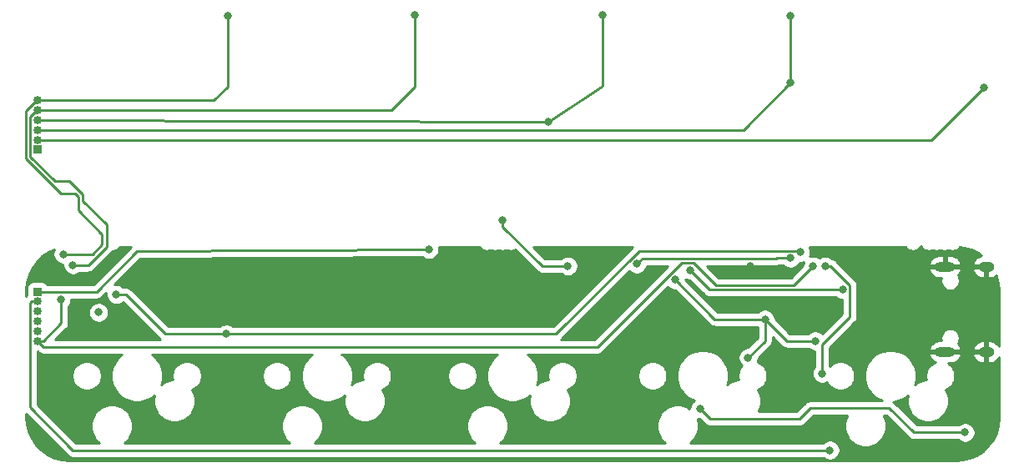
<source format=gbr>
G04 #@! TF.GenerationSoftware,KiCad,Pcbnew,(5.1.5)-3*
G04 #@! TF.CreationDate,2020-05-02T19:50:40+02:00*
G04 #@! TF.ProjectId,kyrremann,6b797272-656d-4616-9e6e-2e6b69636164,rev?*
G04 #@! TF.SameCoordinates,Original*
G04 #@! TF.FileFunction,Copper,L1,Top*
G04 #@! TF.FilePolarity,Positive*
%FSLAX46Y46*%
G04 Gerber Fmt 4.6, Leading zero omitted, Abs format (unit mm)*
G04 Created by KiCad (PCBNEW (5.1.5)-3) date 2020-05-02 19:50:40*
%MOMM*%
%LPD*%
G04 APERTURE LIST*
%ADD10O,0.850000X0.850000*%
%ADD11R,0.850000X0.850000*%
%ADD12O,2.100000X1.000000*%
%ADD13O,1.600000X1.000000*%
%ADD14C,0.800000*%
%ADD15C,0.250000*%
%ADD16C,0.254000*%
G04 APERTURE END LIST*
D10*
X56800000Y-82200000D03*
X56800000Y-81200000D03*
X56800000Y-80200000D03*
X56800000Y-79200000D03*
X56800000Y-78200000D03*
D11*
X56800000Y-77200000D03*
D10*
X56800000Y-57800000D03*
X56800000Y-58800000D03*
X56800000Y-59800000D03*
X56800000Y-60800000D03*
X56800000Y-61800000D03*
D11*
X56800000Y-62800000D03*
D12*
X148870000Y-83320000D03*
X148870000Y-74680000D03*
D13*
X153050000Y-74680000D03*
X153050000Y-83320000D03*
D14*
X129100000Y-74600000D03*
X133800000Y-79300000D03*
X139700000Y-81300000D03*
X127100000Y-91700000D03*
X153800000Y-76300000D03*
X119100000Y-82400000D03*
X114700000Y-91000000D03*
X151550000Y-73500000D03*
X58600000Y-86000000D03*
X70100000Y-84100000D03*
X77400000Y-88700000D03*
X90200000Y-83900000D03*
X66400000Y-81200000D03*
X114600000Y-78800000D03*
X97900000Y-84500000D03*
X91800000Y-77300000D03*
X66500000Y-75500000D03*
X65500000Y-73100000D03*
X57600000Y-75000000D03*
X61300000Y-76000000D03*
X77100000Y-78900000D03*
X81400000Y-79100000D03*
X85300000Y-78900000D03*
X73300000Y-78900000D03*
X90800000Y-74500000D03*
X136200000Y-73100000D03*
X139500000Y-75000000D03*
X130600000Y-80000000D03*
X135700000Y-82200000D03*
X121500000Y-76000000D03*
X128900000Y-83900000D03*
X96500000Y-72900000D03*
X124000000Y-89100000D03*
X150900000Y-91500000D03*
X152800000Y-56500000D03*
X137200000Y-93300000D03*
X133200000Y-49200000D03*
X136400000Y-85500000D03*
X63000000Y-79300000D03*
X133200000Y-56000000D03*
X136700000Y-74600000D03*
X114100000Y-49100000D03*
X117600000Y-74400000D03*
X133200000Y-73800000D03*
X108600000Y-60000000D03*
X104000000Y-70000000D03*
X110600000Y-74600000D03*
X95100000Y-49100000D03*
X75950000Y-81500000D03*
X134200000Y-73200000D03*
X60400000Y-74500000D03*
X64800000Y-77500000D03*
X76100000Y-49200000D03*
X135500000Y-74600000D03*
X59400000Y-73400000D03*
X59200000Y-78000000D03*
X138500000Y-77000000D03*
X123000000Y-75000000D03*
D15*
X132800000Y-82200000D02*
X135700000Y-82200000D01*
X130600000Y-80000000D02*
X132800000Y-82200000D01*
X130600000Y-80000000D02*
X125500000Y-80000000D01*
X125500000Y-80000000D02*
X121500000Y-76000000D01*
X130600000Y-80000000D02*
X130600000Y-82200000D01*
X130600000Y-82200000D02*
X128900000Y-83900000D01*
X66900000Y-73100000D02*
X62800000Y-77200000D01*
X62800000Y-77200000D02*
X56800000Y-77200000D01*
X96500000Y-72900000D02*
X66900000Y-73100000D01*
X125017555Y-90117555D02*
X134117555Y-90117555D01*
X124000000Y-89100000D02*
X125017555Y-90117555D01*
X135227558Y-89007552D02*
X143207552Y-89007552D01*
X134117555Y-90117555D02*
X135227558Y-89007552D01*
X143207552Y-89007552D02*
X145700000Y-91500000D01*
X145700000Y-91500000D02*
X150900000Y-91500000D01*
X56800000Y-61800000D02*
X147500000Y-61800000D01*
X147500000Y-61800000D02*
X152800000Y-56500000D01*
X56049999Y-78348961D02*
X56049999Y-88949999D01*
X56800000Y-78200000D02*
X56198960Y-78200000D01*
X56198960Y-78200000D02*
X56049999Y-78348961D01*
X56049999Y-88949999D02*
X60400000Y-93300000D01*
X60400000Y-93300000D02*
X137200000Y-93300000D01*
X56800000Y-60800000D02*
X128400000Y-60800000D01*
X128400000Y-60800000D02*
X133200000Y-56000000D01*
X133200000Y-56000000D02*
X133200000Y-49200000D01*
X136400000Y-85500000D02*
X136400000Y-82573002D01*
X136400000Y-82573002D02*
X139225001Y-79748001D01*
X133200000Y-56000000D02*
X133200000Y-56000000D01*
X137265685Y-74600000D02*
X136700000Y-74600000D01*
X139225001Y-76559316D02*
X137265685Y-74600000D01*
X139225001Y-79748001D02*
X139225001Y-76559316D01*
X117600000Y-74400000D02*
X118175011Y-73824989D01*
X118175011Y-73824989D02*
X131775011Y-73824989D01*
X131800000Y-73800000D02*
X133200000Y-73800000D01*
X131775011Y-73824989D02*
X131800000Y-73800000D01*
X114100000Y-56300000D02*
X114100000Y-49100000D01*
X56800000Y-59800000D02*
X108600000Y-60000000D01*
X108600000Y-60000000D02*
X114100000Y-56300000D01*
X108600000Y-60000000D02*
X108600000Y-60000000D01*
X107999561Y-74600000D02*
X110600000Y-74600000D01*
X104000000Y-70000000D02*
X104000000Y-70600439D01*
X104000000Y-70600439D02*
X107999561Y-74600000D01*
X56800000Y-58800000D02*
X92700000Y-58800000D01*
X92700000Y-58800000D02*
X95100000Y-56400000D01*
X95100000Y-56400000D02*
X95100000Y-49100000D01*
X75950000Y-81500000D02*
X109426998Y-81500000D01*
X117851999Y-73074999D02*
X109426998Y-81500000D01*
X133709314Y-73074999D02*
X117851999Y-73074999D01*
X133709314Y-73074999D02*
X134074999Y-73074999D01*
X134074999Y-73074999D02*
X134200000Y-73200000D01*
X75384315Y-81500000D02*
X75950000Y-81500000D01*
X69773002Y-81500000D02*
X75384315Y-81500000D01*
X65773002Y-77500000D02*
X69773002Y-81500000D01*
X64800000Y-77500000D02*
X65773002Y-77500000D01*
X56439999Y-59049999D02*
X56049999Y-59439999D01*
X56550001Y-59049999D02*
X56439999Y-59049999D01*
X56049999Y-63485001D02*
X58564998Y-66000000D01*
X61409471Y-67372622D02*
X61409471Y-68009471D01*
X58564998Y-66000000D02*
X60036849Y-66000000D01*
X56049999Y-59439999D02*
X56049999Y-63485001D01*
X60036849Y-66000000D02*
X61409471Y-67372622D01*
X56800000Y-58800000D02*
X56550001Y-59049999D01*
X61409471Y-68009471D02*
X63808611Y-70408611D01*
X60965685Y-74500000D02*
X60400000Y-74500000D01*
X61936848Y-74500000D02*
X60965685Y-74500000D01*
X63808610Y-72628238D02*
X61936848Y-74500000D01*
X63808611Y-70408611D02*
X63808610Y-72628238D01*
X56800000Y-57800000D02*
X74700000Y-57800000D01*
X74700000Y-57800000D02*
X76100000Y-56400000D01*
X76100000Y-56400000D02*
X76100000Y-49200000D01*
X125622992Y-76549990D02*
X133550010Y-76549990D01*
X133550010Y-76549990D02*
X135500000Y-74600000D01*
X57425001Y-82825001D02*
X113601997Y-82825001D01*
X56800000Y-82200000D02*
X57425001Y-82825001D01*
X113601997Y-82825001D02*
X122151999Y-74274999D01*
X122151999Y-74274999D02*
X123348001Y-74274999D01*
X123348001Y-74274999D02*
X125622992Y-76549990D01*
X56439999Y-58049999D02*
X56550001Y-58049999D01*
X56550001Y-58049999D02*
X56800000Y-57800000D01*
X59169131Y-67240543D02*
X55599990Y-63671402D01*
X60959461Y-67559022D02*
X60640982Y-67240543D01*
X55599989Y-58890009D02*
X56439999Y-58049999D01*
X60640982Y-67240543D02*
X59169131Y-67240543D01*
X55599990Y-63671402D02*
X55599989Y-58890009D01*
X57025000Y-82200000D02*
X56800000Y-82200000D01*
X57401040Y-82200000D02*
X56800000Y-82200000D01*
X59200000Y-80401040D02*
X57401040Y-82200000D01*
X59200000Y-78000000D02*
X59200000Y-80401040D01*
X62400438Y-73400000D02*
X63358601Y-72441837D01*
X59400000Y-73400000D02*
X62400438Y-73400000D01*
X63358601Y-72441837D02*
X63358601Y-71358601D01*
X60959461Y-68959461D02*
X60959461Y-67859461D01*
X63358601Y-71358601D02*
X60959461Y-68959461D01*
X60959461Y-67859461D02*
X60959461Y-67559022D01*
X138500000Y-77000000D02*
X125000000Y-77000000D01*
X125000000Y-77000000D02*
X123000000Y-75000000D01*
D16*
G36*
X146423909Y-72614829D02*
G01*
X146519751Y-72758266D01*
X146641734Y-72880249D01*
X146785171Y-72976091D01*
X146944549Y-73042107D01*
X147113745Y-73075763D01*
X147286255Y-73075763D01*
X147455451Y-73042107D01*
X147600000Y-72982233D01*
X147744549Y-73042107D01*
X147913745Y-73075763D01*
X148086255Y-73075763D01*
X148255451Y-73042107D01*
X148400000Y-72982233D01*
X148544549Y-73042107D01*
X148713745Y-73075763D01*
X148886255Y-73075763D01*
X149055451Y-73042107D01*
X149200000Y-72982233D01*
X149344549Y-73042107D01*
X149513745Y-73075763D01*
X149686255Y-73075763D01*
X149855451Y-73042107D01*
X150014829Y-72976091D01*
X150158266Y-72880249D01*
X150280249Y-72758266D01*
X150324788Y-72691610D01*
X150768083Y-72731173D01*
X151511891Y-72934656D01*
X152207905Y-73266638D01*
X152601617Y-73549549D01*
X152404013Y-73591585D01*
X152198322Y-73679997D01*
X152013831Y-73806839D01*
X151857631Y-73967236D01*
X151735724Y-74155024D01*
X151655881Y-74378126D01*
X151782046Y-74553000D01*
X152923000Y-74553000D01*
X152923000Y-74533000D01*
X153177000Y-74533000D01*
X153177000Y-74553000D01*
X153197000Y-74553000D01*
X153197000Y-74807000D01*
X153177000Y-74807000D01*
X153177000Y-75815000D01*
X153477000Y-75815000D01*
X153695987Y-75768415D01*
X153901678Y-75680003D01*
X154083736Y-75554834D01*
X154110829Y-75616553D01*
X154292065Y-76371457D01*
X154340000Y-77024207D01*
X154340000Y-82757629D01*
X154242369Y-82607236D01*
X154086169Y-82446839D01*
X153901678Y-82319997D01*
X153695987Y-82231585D01*
X153477000Y-82185000D01*
X153177000Y-82185000D01*
X153177000Y-83193000D01*
X153197000Y-83193000D01*
X153197000Y-83447000D01*
X153177000Y-83447000D01*
X153177000Y-84455000D01*
X153477000Y-84455000D01*
X153695987Y-84408415D01*
X153901678Y-84320003D01*
X154086169Y-84193161D01*
X154242369Y-84032764D01*
X154340001Y-83882370D01*
X154340001Y-89970597D01*
X154268827Y-90768083D01*
X154065344Y-91511890D01*
X153733363Y-92207904D01*
X153283374Y-92834130D01*
X152729597Y-93370777D01*
X152089549Y-93800871D01*
X151383447Y-94110829D01*
X150628543Y-94292065D01*
X149975793Y-94340000D01*
X60029392Y-94340000D01*
X59231917Y-94268827D01*
X58488110Y-94065344D01*
X57792096Y-93733363D01*
X57165870Y-93283374D01*
X56629223Y-92729597D01*
X56199129Y-92089549D01*
X55889171Y-91383447D01*
X55707935Y-90628543D01*
X55660000Y-89975793D01*
X55660000Y-89634801D01*
X59836205Y-93811008D01*
X59859999Y-93840001D01*
X59888992Y-93863795D01*
X59888996Y-93863799D01*
X59935456Y-93901927D01*
X59975724Y-93934974D01*
X60107753Y-94005546D01*
X60251014Y-94049003D01*
X60362667Y-94060000D01*
X60362676Y-94060000D01*
X60399999Y-94063676D01*
X60437322Y-94060000D01*
X136496289Y-94060000D01*
X136540226Y-94103937D01*
X136709744Y-94217205D01*
X136898102Y-94295226D01*
X137098061Y-94335000D01*
X137301939Y-94335000D01*
X137501898Y-94295226D01*
X137690256Y-94217205D01*
X137859774Y-94103937D01*
X138003937Y-93959774D01*
X138117205Y-93790256D01*
X138195226Y-93601898D01*
X138235000Y-93401939D01*
X138235000Y-93198061D01*
X138195226Y-92998102D01*
X138117205Y-92809744D01*
X138003937Y-92640226D01*
X137859774Y-92496063D01*
X137690256Y-92382795D01*
X137501898Y-92304774D01*
X137301939Y-92265000D01*
X137098061Y-92265000D01*
X136898102Y-92304774D01*
X136709744Y-92382795D01*
X136540226Y-92496063D01*
X136496289Y-92540000D01*
X123028538Y-92540000D01*
X123101996Y-92490917D01*
X123399376Y-92193537D01*
X123633025Y-91843856D01*
X123793966Y-91455310D01*
X123876013Y-91042833D01*
X123876013Y-90622275D01*
X123793966Y-90209798D01*
X123750855Y-90105719D01*
X123898061Y-90135000D01*
X123960199Y-90135000D01*
X124453756Y-90628558D01*
X124477554Y-90657556D01*
X124506552Y-90681354D01*
X124593278Y-90752529D01*
X124671714Y-90794454D01*
X124725308Y-90823101D01*
X124868569Y-90866558D01*
X124980222Y-90877555D01*
X124980231Y-90877555D01*
X125017554Y-90881231D01*
X125054877Y-90877555D01*
X134080233Y-90877555D01*
X134117555Y-90881231D01*
X134154877Y-90877555D01*
X134154888Y-90877555D01*
X134266541Y-90866558D01*
X134409802Y-90823101D01*
X134541831Y-90752529D01*
X134657556Y-90657556D01*
X134681359Y-90628553D01*
X135542360Y-89767552D01*
X138934882Y-89767552D01*
X138899002Y-89821251D01*
X138738061Y-90209797D01*
X138656014Y-90622274D01*
X138656014Y-91042832D01*
X138738061Y-91455309D01*
X138899002Y-91843855D01*
X139132651Y-92193536D01*
X139430031Y-92490916D01*
X139779712Y-92724565D01*
X140168258Y-92885506D01*
X140580735Y-92967553D01*
X141001293Y-92967553D01*
X141413770Y-92885506D01*
X141802316Y-92724565D01*
X142151997Y-92490916D01*
X142449377Y-92193536D01*
X142683026Y-91843855D01*
X142843967Y-91455309D01*
X142926014Y-91042832D01*
X142926014Y-90622274D01*
X142843967Y-90209797D01*
X142683026Y-89821251D01*
X142647146Y-89767552D01*
X142892751Y-89767552D01*
X145136201Y-92011003D01*
X145159999Y-92040001D01*
X145275724Y-92134974D01*
X145407753Y-92205546D01*
X145551014Y-92249003D01*
X145662667Y-92260000D01*
X145662675Y-92260000D01*
X145700000Y-92263676D01*
X145737325Y-92260000D01*
X150196289Y-92260000D01*
X150240226Y-92303937D01*
X150409744Y-92417205D01*
X150598102Y-92495226D01*
X150798061Y-92535000D01*
X151001939Y-92535000D01*
X151201898Y-92495226D01*
X151390256Y-92417205D01*
X151559774Y-92303937D01*
X151703937Y-92159774D01*
X151817205Y-91990256D01*
X151895226Y-91801898D01*
X151935000Y-91601939D01*
X151935000Y-91398061D01*
X151895226Y-91198102D01*
X151817205Y-91009744D01*
X151703937Y-90840226D01*
X151559774Y-90696063D01*
X151390256Y-90582795D01*
X151201898Y-90504774D01*
X151001939Y-90465000D01*
X150798061Y-90465000D01*
X150598102Y-90504774D01*
X150409744Y-90582795D01*
X150240226Y-90696063D01*
X150196289Y-90740000D01*
X146014802Y-90740000D01*
X143771356Y-88496555D01*
X143747553Y-88467551D01*
X143632360Y-88373015D01*
X144097836Y-88280426D01*
X144576265Y-88082254D01*
X145006840Y-87794553D01*
X145077251Y-87724142D01*
X145006014Y-88082274D01*
X145006014Y-88502832D01*
X145088061Y-88915309D01*
X145249002Y-89303855D01*
X145482651Y-89653536D01*
X145780031Y-89950916D01*
X146129712Y-90184565D01*
X146518258Y-90345506D01*
X146930735Y-90427553D01*
X147351293Y-90427553D01*
X147763770Y-90345506D01*
X148152316Y-90184565D01*
X148501997Y-89950916D01*
X148799377Y-89653536D01*
X149033026Y-89303855D01*
X149193967Y-88915309D01*
X149276014Y-88502832D01*
X149276014Y-88082274D01*
X149193967Y-87669797D01*
X149033026Y-87281251D01*
X148939864Y-87141823D01*
X149114852Y-87069341D01*
X149358220Y-86906727D01*
X149565188Y-86699759D01*
X149727802Y-86456391D01*
X149839812Y-86185974D01*
X149896914Y-85898901D01*
X149896914Y-85606205D01*
X149839812Y-85319132D01*
X149727802Y-85048715D01*
X149565188Y-84805347D01*
X149358220Y-84598379D01*
X149143639Y-84455000D01*
X149547000Y-84455000D01*
X149765987Y-84408415D01*
X149971678Y-84320003D01*
X150156169Y-84193161D01*
X150312369Y-84032764D01*
X150434276Y-83844976D01*
X150514119Y-83621874D01*
X151655881Y-83621874D01*
X151735724Y-83844976D01*
X151857631Y-84032764D01*
X152013831Y-84193161D01*
X152198322Y-84320003D01*
X152404013Y-84408415D01*
X152623000Y-84455000D01*
X152923000Y-84455000D01*
X152923000Y-83447000D01*
X151782046Y-83447000D01*
X151655881Y-83621874D01*
X150514119Y-83621874D01*
X150387954Y-83447000D01*
X148997000Y-83447000D01*
X148997000Y-83467000D01*
X148743000Y-83467000D01*
X148743000Y-83447000D01*
X147352046Y-83447000D01*
X147225881Y-83621874D01*
X147305724Y-83844976D01*
X147427631Y-84032764D01*
X147583831Y-84193161D01*
X147768322Y-84320003D01*
X147875467Y-84366057D01*
X147707176Y-84435765D01*
X147463808Y-84598379D01*
X147256840Y-84805347D01*
X147094226Y-85048715D01*
X146982216Y-85319132D01*
X146925114Y-85606205D01*
X146925114Y-85898901D01*
X146976563Y-86157553D01*
X146930735Y-86157553D01*
X146518258Y-86239600D01*
X146129712Y-86400541D01*
X145823306Y-86605274D01*
X145858887Y-86519375D01*
X145959914Y-86011477D01*
X145959914Y-85493629D01*
X145858887Y-84985731D01*
X145660715Y-84507302D01*
X145373014Y-84076727D01*
X145006840Y-83710553D01*
X144576265Y-83422852D01*
X144097836Y-83224680D01*
X143589938Y-83123653D01*
X143072090Y-83123653D01*
X142564192Y-83224680D01*
X142085763Y-83422852D01*
X141655188Y-83710553D01*
X141289014Y-84076727D01*
X141001313Y-84507302D01*
X140803141Y-84985731D01*
X140702114Y-85493629D01*
X140702114Y-86011477D01*
X140803141Y-86519375D01*
X141001313Y-86997804D01*
X141289014Y-87428379D01*
X141655188Y-87794553D01*
X142085763Y-88082254D01*
X142484827Y-88247552D01*
X135264880Y-88247552D01*
X135227557Y-88243876D01*
X135190234Y-88247552D01*
X135190225Y-88247552D01*
X135078572Y-88258549D01*
X134935311Y-88302006D01*
X134803282Y-88372578D01*
X134687557Y-88467551D01*
X134663759Y-88496549D01*
X133802754Y-89357555D01*
X129947145Y-89357555D01*
X129983025Y-89303856D01*
X130143966Y-88915310D01*
X130226013Y-88502833D01*
X130226013Y-88082275D01*
X130143966Y-87669798D01*
X129983025Y-87281252D01*
X129889863Y-87141824D01*
X130064851Y-87069342D01*
X130308219Y-86906728D01*
X130515187Y-86699760D01*
X130677801Y-86456392D01*
X130789811Y-86185975D01*
X130846913Y-85898902D01*
X130846913Y-85606206D01*
X130789811Y-85319133D01*
X130677801Y-85048716D01*
X130515187Y-84805348D01*
X130308219Y-84598380D01*
X130064851Y-84435766D01*
X129837382Y-84341545D01*
X129895226Y-84201898D01*
X129935000Y-84001939D01*
X129935000Y-83939801D01*
X131111003Y-82763799D01*
X131140001Y-82740001D01*
X131192513Y-82676015D01*
X131234974Y-82624277D01*
X131305546Y-82492247D01*
X131333308Y-82400725D01*
X131349003Y-82348986D01*
X131360000Y-82237333D01*
X131360000Y-82237324D01*
X131363676Y-82200001D01*
X131360000Y-82162678D01*
X131360000Y-81834802D01*
X132236200Y-82711002D01*
X132259999Y-82740001D01*
X132375724Y-82834974D01*
X132507753Y-82905546D01*
X132651014Y-82949003D01*
X132762667Y-82960000D01*
X132762677Y-82960000D01*
X132800000Y-82963676D01*
X132837323Y-82960000D01*
X134996289Y-82960000D01*
X135040226Y-83003937D01*
X135209744Y-83117205D01*
X135398102Y-83195226D01*
X135598061Y-83235000D01*
X135640001Y-83235000D01*
X135640000Y-84796289D01*
X135596063Y-84840226D01*
X135482795Y-85009744D01*
X135404774Y-85198102D01*
X135365000Y-85398061D01*
X135365000Y-85601939D01*
X135404774Y-85801898D01*
X135482795Y-85990256D01*
X135596063Y-86159774D01*
X135740226Y-86303937D01*
X135909744Y-86417205D01*
X136098102Y-86495226D01*
X136298061Y-86535000D01*
X136501939Y-86535000D01*
X136701898Y-86495226D01*
X136890256Y-86417205D01*
X136911982Y-86402688D01*
X136934226Y-86456391D01*
X137096840Y-86699759D01*
X137303808Y-86906727D01*
X137547176Y-87069341D01*
X137817593Y-87181351D01*
X138104666Y-87238453D01*
X138397362Y-87238453D01*
X138684435Y-87181351D01*
X138954852Y-87069341D01*
X139198220Y-86906727D01*
X139405188Y-86699759D01*
X139567802Y-86456391D01*
X139679812Y-86185974D01*
X139736914Y-85898901D01*
X139736914Y-85606205D01*
X139679812Y-85319132D01*
X139567802Y-85048715D01*
X139405188Y-84805347D01*
X139198220Y-84598379D01*
X138954852Y-84435765D01*
X138684435Y-84323755D01*
X138397362Y-84266653D01*
X138104666Y-84266653D01*
X137817593Y-84323755D01*
X137547176Y-84435765D01*
X137303808Y-84598379D01*
X137160000Y-84742187D01*
X137160000Y-83018126D01*
X147225881Y-83018126D01*
X147352046Y-83193000D01*
X148743000Y-83193000D01*
X148743000Y-83173000D01*
X148997000Y-83173000D01*
X148997000Y-83193000D01*
X150387954Y-83193000D01*
X150514119Y-83018126D01*
X151655881Y-83018126D01*
X151782046Y-83193000D01*
X152923000Y-83193000D01*
X152923000Y-82185000D01*
X152623000Y-82185000D01*
X152404013Y-82231585D01*
X152198322Y-82319997D01*
X152013831Y-82446839D01*
X151857631Y-82607236D01*
X151735724Y-82795024D01*
X151655881Y-83018126D01*
X150514119Y-83018126D01*
X150434276Y-82795024D01*
X150312369Y-82607236D01*
X150171794Y-82462884D01*
X150250741Y-82344731D01*
X150323108Y-82170022D01*
X150360000Y-81984552D01*
X150360000Y-81795448D01*
X150323108Y-81609978D01*
X150250741Y-81435269D01*
X150145681Y-81278036D01*
X150011964Y-81144319D01*
X149854731Y-81039259D01*
X149680022Y-80966892D01*
X149494552Y-80930000D01*
X149305448Y-80930000D01*
X149119978Y-80966892D01*
X148945269Y-81039259D01*
X148788036Y-81144319D01*
X148654319Y-81278036D01*
X148549259Y-81435269D01*
X148476892Y-81609978D01*
X148440000Y-81795448D01*
X148440000Y-81984552D01*
X148476892Y-82170022D01*
X148483096Y-82185000D01*
X148193000Y-82185000D01*
X147974013Y-82231585D01*
X147768322Y-82319997D01*
X147583831Y-82446839D01*
X147427631Y-82607236D01*
X147305724Y-82795024D01*
X147225881Y-83018126D01*
X137160000Y-83018126D01*
X137160000Y-82887803D01*
X139736005Y-80311799D01*
X139765002Y-80288002D01*
X139859975Y-80172277D01*
X139930547Y-80040248D01*
X139974004Y-79896987D01*
X139985001Y-79785334D01*
X139985001Y-79785326D01*
X139988677Y-79748001D01*
X139985001Y-79710676D01*
X139985001Y-76596638D01*
X139988677Y-76559315D01*
X139985001Y-76521992D01*
X139985001Y-76521983D01*
X139974004Y-76410330D01*
X139930547Y-76267069D01*
X139859975Y-76135040D01*
X139765002Y-76019315D01*
X139736004Y-75995517D01*
X138722361Y-74981874D01*
X147225881Y-74981874D01*
X147305724Y-75204976D01*
X147427631Y-75392764D01*
X147583831Y-75553161D01*
X147768322Y-75680003D01*
X147974013Y-75768415D01*
X148193000Y-75815000D01*
X148483096Y-75815000D01*
X148476892Y-75829978D01*
X148440000Y-76015448D01*
X148440000Y-76204552D01*
X148476892Y-76390022D01*
X148549259Y-76564731D01*
X148654319Y-76721964D01*
X148788036Y-76855681D01*
X148945269Y-76960741D01*
X149119978Y-77033108D01*
X149305448Y-77070000D01*
X149494552Y-77070000D01*
X149680022Y-77033108D01*
X149854731Y-76960741D01*
X150011964Y-76855681D01*
X150145681Y-76721964D01*
X150250741Y-76564731D01*
X150323108Y-76390022D01*
X150360000Y-76204552D01*
X150360000Y-76015448D01*
X150323108Y-75829978D01*
X150250741Y-75655269D01*
X150171794Y-75537116D01*
X150312369Y-75392764D01*
X150434276Y-75204976D01*
X150514119Y-74981874D01*
X151655881Y-74981874D01*
X151735724Y-75204976D01*
X151857631Y-75392764D01*
X152013831Y-75553161D01*
X152198322Y-75680003D01*
X152404013Y-75768415D01*
X152623000Y-75815000D01*
X152923000Y-75815000D01*
X152923000Y-74807000D01*
X151782046Y-74807000D01*
X151655881Y-74981874D01*
X150514119Y-74981874D01*
X150387954Y-74807000D01*
X148997000Y-74807000D01*
X148997000Y-74827000D01*
X148743000Y-74827000D01*
X148743000Y-74807000D01*
X147352046Y-74807000D01*
X147225881Y-74981874D01*
X138722361Y-74981874D01*
X138118613Y-74378126D01*
X147225881Y-74378126D01*
X147352046Y-74553000D01*
X148743000Y-74553000D01*
X148743000Y-73545000D01*
X148997000Y-73545000D01*
X148997000Y-74553000D01*
X150387954Y-74553000D01*
X150514119Y-74378126D01*
X150434276Y-74155024D01*
X150312369Y-73967236D01*
X150156169Y-73806839D01*
X149971678Y-73679997D01*
X149765987Y-73591585D01*
X149547000Y-73545000D01*
X148997000Y-73545000D01*
X148743000Y-73545000D01*
X148193000Y-73545000D01*
X147974013Y-73591585D01*
X147768322Y-73679997D01*
X147583831Y-73806839D01*
X147427631Y-73967236D01*
X147305724Y-74155024D01*
X147225881Y-74378126D01*
X138118613Y-74378126D01*
X137829489Y-74089003D01*
X137805686Y-74059999D01*
X137689961Y-73965026D01*
X137557932Y-73894454D01*
X137414724Y-73851013D01*
X137359774Y-73796063D01*
X137190256Y-73682795D01*
X137001898Y-73604774D01*
X136801939Y-73565000D01*
X136598061Y-73565000D01*
X136398102Y-73604774D01*
X136209744Y-73682795D01*
X136100000Y-73756123D01*
X135990256Y-73682795D01*
X135801898Y-73604774D01*
X135601939Y-73565000D01*
X135398061Y-73565000D01*
X135198102Y-73604774D01*
X135143192Y-73627519D01*
X135195226Y-73501898D01*
X135235000Y-73301939D01*
X135235000Y-73098061D01*
X135195226Y-72898102D01*
X135117205Y-72709744D01*
X135083967Y-72660000D01*
X144854091Y-72660000D01*
X144919751Y-72758266D01*
X145041734Y-72880249D01*
X145185171Y-72976091D01*
X145344549Y-73042107D01*
X145513745Y-73075763D01*
X145686255Y-73075763D01*
X145855451Y-73042107D01*
X146014829Y-72976091D01*
X146158266Y-72880249D01*
X146280249Y-72758266D01*
X146376091Y-72614829D01*
X146400000Y-72557107D01*
X146423909Y-72614829D01*
G37*
X146423909Y-72614829D02*
X146519751Y-72758266D01*
X146641734Y-72880249D01*
X146785171Y-72976091D01*
X146944549Y-73042107D01*
X147113745Y-73075763D01*
X147286255Y-73075763D01*
X147455451Y-73042107D01*
X147600000Y-72982233D01*
X147744549Y-73042107D01*
X147913745Y-73075763D01*
X148086255Y-73075763D01*
X148255451Y-73042107D01*
X148400000Y-72982233D01*
X148544549Y-73042107D01*
X148713745Y-73075763D01*
X148886255Y-73075763D01*
X149055451Y-73042107D01*
X149200000Y-72982233D01*
X149344549Y-73042107D01*
X149513745Y-73075763D01*
X149686255Y-73075763D01*
X149855451Y-73042107D01*
X150014829Y-72976091D01*
X150158266Y-72880249D01*
X150280249Y-72758266D01*
X150324788Y-72691610D01*
X150768083Y-72731173D01*
X151511891Y-72934656D01*
X152207905Y-73266638D01*
X152601617Y-73549549D01*
X152404013Y-73591585D01*
X152198322Y-73679997D01*
X152013831Y-73806839D01*
X151857631Y-73967236D01*
X151735724Y-74155024D01*
X151655881Y-74378126D01*
X151782046Y-74553000D01*
X152923000Y-74553000D01*
X152923000Y-74533000D01*
X153177000Y-74533000D01*
X153177000Y-74553000D01*
X153197000Y-74553000D01*
X153197000Y-74807000D01*
X153177000Y-74807000D01*
X153177000Y-75815000D01*
X153477000Y-75815000D01*
X153695987Y-75768415D01*
X153901678Y-75680003D01*
X154083736Y-75554834D01*
X154110829Y-75616553D01*
X154292065Y-76371457D01*
X154340000Y-77024207D01*
X154340000Y-82757629D01*
X154242369Y-82607236D01*
X154086169Y-82446839D01*
X153901678Y-82319997D01*
X153695987Y-82231585D01*
X153477000Y-82185000D01*
X153177000Y-82185000D01*
X153177000Y-83193000D01*
X153197000Y-83193000D01*
X153197000Y-83447000D01*
X153177000Y-83447000D01*
X153177000Y-84455000D01*
X153477000Y-84455000D01*
X153695987Y-84408415D01*
X153901678Y-84320003D01*
X154086169Y-84193161D01*
X154242369Y-84032764D01*
X154340001Y-83882370D01*
X154340001Y-89970597D01*
X154268827Y-90768083D01*
X154065344Y-91511890D01*
X153733363Y-92207904D01*
X153283374Y-92834130D01*
X152729597Y-93370777D01*
X152089549Y-93800871D01*
X151383447Y-94110829D01*
X150628543Y-94292065D01*
X149975793Y-94340000D01*
X60029392Y-94340000D01*
X59231917Y-94268827D01*
X58488110Y-94065344D01*
X57792096Y-93733363D01*
X57165870Y-93283374D01*
X56629223Y-92729597D01*
X56199129Y-92089549D01*
X55889171Y-91383447D01*
X55707935Y-90628543D01*
X55660000Y-89975793D01*
X55660000Y-89634801D01*
X59836205Y-93811008D01*
X59859999Y-93840001D01*
X59888992Y-93863795D01*
X59888996Y-93863799D01*
X59935456Y-93901927D01*
X59975724Y-93934974D01*
X60107753Y-94005546D01*
X60251014Y-94049003D01*
X60362667Y-94060000D01*
X60362676Y-94060000D01*
X60399999Y-94063676D01*
X60437322Y-94060000D01*
X136496289Y-94060000D01*
X136540226Y-94103937D01*
X136709744Y-94217205D01*
X136898102Y-94295226D01*
X137098061Y-94335000D01*
X137301939Y-94335000D01*
X137501898Y-94295226D01*
X137690256Y-94217205D01*
X137859774Y-94103937D01*
X138003937Y-93959774D01*
X138117205Y-93790256D01*
X138195226Y-93601898D01*
X138235000Y-93401939D01*
X138235000Y-93198061D01*
X138195226Y-92998102D01*
X138117205Y-92809744D01*
X138003937Y-92640226D01*
X137859774Y-92496063D01*
X137690256Y-92382795D01*
X137501898Y-92304774D01*
X137301939Y-92265000D01*
X137098061Y-92265000D01*
X136898102Y-92304774D01*
X136709744Y-92382795D01*
X136540226Y-92496063D01*
X136496289Y-92540000D01*
X123028538Y-92540000D01*
X123101996Y-92490917D01*
X123399376Y-92193537D01*
X123633025Y-91843856D01*
X123793966Y-91455310D01*
X123876013Y-91042833D01*
X123876013Y-90622275D01*
X123793966Y-90209798D01*
X123750855Y-90105719D01*
X123898061Y-90135000D01*
X123960199Y-90135000D01*
X124453756Y-90628558D01*
X124477554Y-90657556D01*
X124506552Y-90681354D01*
X124593278Y-90752529D01*
X124671714Y-90794454D01*
X124725308Y-90823101D01*
X124868569Y-90866558D01*
X124980222Y-90877555D01*
X124980231Y-90877555D01*
X125017554Y-90881231D01*
X125054877Y-90877555D01*
X134080233Y-90877555D01*
X134117555Y-90881231D01*
X134154877Y-90877555D01*
X134154888Y-90877555D01*
X134266541Y-90866558D01*
X134409802Y-90823101D01*
X134541831Y-90752529D01*
X134657556Y-90657556D01*
X134681359Y-90628553D01*
X135542360Y-89767552D01*
X138934882Y-89767552D01*
X138899002Y-89821251D01*
X138738061Y-90209797D01*
X138656014Y-90622274D01*
X138656014Y-91042832D01*
X138738061Y-91455309D01*
X138899002Y-91843855D01*
X139132651Y-92193536D01*
X139430031Y-92490916D01*
X139779712Y-92724565D01*
X140168258Y-92885506D01*
X140580735Y-92967553D01*
X141001293Y-92967553D01*
X141413770Y-92885506D01*
X141802316Y-92724565D01*
X142151997Y-92490916D01*
X142449377Y-92193536D01*
X142683026Y-91843855D01*
X142843967Y-91455309D01*
X142926014Y-91042832D01*
X142926014Y-90622274D01*
X142843967Y-90209797D01*
X142683026Y-89821251D01*
X142647146Y-89767552D01*
X142892751Y-89767552D01*
X145136201Y-92011003D01*
X145159999Y-92040001D01*
X145275724Y-92134974D01*
X145407753Y-92205546D01*
X145551014Y-92249003D01*
X145662667Y-92260000D01*
X145662675Y-92260000D01*
X145700000Y-92263676D01*
X145737325Y-92260000D01*
X150196289Y-92260000D01*
X150240226Y-92303937D01*
X150409744Y-92417205D01*
X150598102Y-92495226D01*
X150798061Y-92535000D01*
X151001939Y-92535000D01*
X151201898Y-92495226D01*
X151390256Y-92417205D01*
X151559774Y-92303937D01*
X151703937Y-92159774D01*
X151817205Y-91990256D01*
X151895226Y-91801898D01*
X151935000Y-91601939D01*
X151935000Y-91398061D01*
X151895226Y-91198102D01*
X151817205Y-91009744D01*
X151703937Y-90840226D01*
X151559774Y-90696063D01*
X151390256Y-90582795D01*
X151201898Y-90504774D01*
X151001939Y-90465000D01*
X150798061Y-90465000D01*
X150598102Y-90504774D01*
X150409744Y-90582795D01*
X150240226Y-90696063D01*
X150196289Y-90740000D01*
X146014802Y-90740000D01*
X143771356Y-88496555D01*
X143747553Y-88467551D01*
X143632360Y-88373015D01*
X144097836Y-88280426D01*
X144576265Y-88082254D01*
X145006840Y-87794553D01*
X145077251Y-87724142D01*
X145006014Y-88082274D01*
X145006014Y-88502832D01*
X145088061Y-88915309D01*
X145249002Y-89303855D01*
X145482651Y-89653536D01*
X145780031Y-89950916D01*
X146129712Y-90184565D01*
X146518258Y-90345506D01*
X146930735Y-90427553D01*
X147351293Y-90427553D01*
X147763770Y-90345506D01*
X148152316Y-90184565D01*
X148501997Y-89950916D01*
X148799377Y-89653536D01*
X149033026Y-89303855D01*
X149193967Y-88915309D01*
X149276014Y-88502832D01*
X149276014Y-88082274D01*
X149193967Y-87669797D01*
X149033026Y-87281251D01*
X148939864Y-87141823D01*
X149114852Y-87069341D01*
X149358220Y-86906727D01*
X149565188Y-86699759D01*
X149727802Y-86456391D01*
X149839812Y-86185974D01*
X149896914Y-85898901D01*
X149896914Y-85606205D01*
X149839812Y-85319132D01*
X149727802Y-85048715D01*
X149565188Y-84805347D01*
X149358220Y-84598379D01*
X149143639Y-84455000D01*
X149547000Y-84455000D01*
X149765987Y-84408415D01*
X149971678Y-84320003D01*
X150156169Y-84193161D01*
X150312369Y-84032764D01*
X150434276Y-83844976D01*
X150514119Y-83621874D01*
X151655881Y-83621874D01*
X151735724Y-83844976D01*
X151857631Y-84032764D01*
X152013831Y-84193161D01*
X152198322Y-84320003D01*
X152404013Y-84408415D01*
X152623000Y-84455000D01*
X152923000Y-84455000D01*
X152923000Y-83447000D01*
X151782046Y-83447000D01*
X151655881Y-83621874D01*
X150514119Y-83621874D01*
X150387954Y-83447000D01*
X148997000Y-83447000D01*
X148997000Y-83467000D01*
X148743000Y-83467000D01*
X148743000Y-83447000D01*
X147352046Y-83447000D01*
X147225881Y-83621874D01*
X147305724Y-83844976D01*
X147427631Y-84032764D01*
X147583831Y-84193161D01*
X147768322Y-84320003D01*
X147875467Y-84366057D01*
X147707176Y-84435765D01*
X147463808Y-84598379D01*
X147256840Y-84805347D01*
X147094226Y-85048715D01*
X146982216Y-85319132D01*
X146925114Y-85606205D01*
X146925114Y-85898901D01*
X146976563Y-86157553D01*
X146930735Y-86157553D01*
X146518258Y-86239600D01*
X146129712Y-86400541D01*
X145823306Y-86605274D01*
X145858887Y-86519375D01*
X145959914Y-86011477D01*
X145959914Y-85493629D01*
X145858887Y-84985731D01*
X145660715Y-84507302D01*
X145373014Y-84076727D01*
X145006840Y-83710553D01*
X144576265Y-83422852D01*
X144097836Y-83224680D01*
X143589938Y-83123653D01*
X143072090Y-83123653D01*
X142564192Y-83224680D01*
X142085763Y-83422852D01*
X141655188Y-83710553D01*
X141289014Y-84076727D01*
X141001313Y-84507302D01*
X140803141Y-84985731D01*
X140702114Y-85493629D01*
X140702114Y-86011477D01*
X140803141Y-86519375D01*
X141001313Y-86997804D01*
X141289014Y-87428379D01*
X141655188Y-87794553D01*
X142085763Y-88082254D01*
X142484827Y-88247552D01*
X135264880Y-88247552D01*
X135227557Y-88243876D01*
X135190234Y-88247552D01*
X135190225Y-88247552D01*
X135078572Y-88258549D01*
X134935311Y-88302006D01*
X134803282Y-88372578D01*
X134687557Y-88467551D01*
X134663759Y-88496549D01*
X133802754Y-89357555D01*
X129947145Y-89357555D01*
X129983025Y-89303856D01*
X130143966Y-88915310D01*
X130226013Y-88502833D01*
X130226013Y-88082275D01*
X130143966Y-87669798D01*
X129983025Y-87281252D01*
X129889863Y-87141824D01*
X130064851Y-87069342D01*
X130308219Y-86906728D01*
X130515187Y-86699760D01*
X130677801Y-86456392D01*
X130789811Y-86185975D01*
X130846913Y-85898902D01*
X130846913Y-85606206D01*
X130789811Y-85319133D01*
X130677801Y-85048716D01*
X130515187Y-84805348D01*
X130308219Y-84598380D01*
X130064851Y-84435766D01*
X129837382Y-84341545D01*
X129895226Y-84201898D01*
X129935000Y-84001939D01*
X129935000Y-83939801D01*
X131111003Y-82763799D01*
X131140001Y-82740001D01*
X131192513Y-82676015D01*
X131234974Y-82624277D01*
X131305546Y-82492247D01*
X131333308Y-82400725D01*
X131349003Y-82348986D01*
X131360000Y-82237333D01*
X131360000Y-82237324D01*
X131363676Y-82200001D01*
X131360000Y-82162678D01*
X131360000Y-81834802D01*
X132236200Y-82711002D01*
X132259999Y-82740001D01*
X132375724Y-82834974D01*
X132507753Y-82905546D01*
X132651014Y-82949003D01*
X132762667Y-82960000D01*
X132762677Y-82960000D01*
X132800000Y-82963676D01*
X132837323Y-82960000D01*
X134996289Y-82960000D01*
X135040226Y-83003937D01*
X135209744Y-83117205D01*
X135398102Y-83195226D01*
X135598061Y-83235000D01*
X135640001Y-83235000D01*
X135640000Y-84796289D01*
X135596063Y-84840226D01*
X135482795Y-85009744D01*
X135404774Y-85198102D01*
X135365000Y-85398061D01*
X135365000Y-85601939D01*
X135404774Y-85801898D01*
X135482795Y-85990256D01*
X135596063Y-86159774D01*
X135740226Y-86303937D01*
X135909744Y-86417205D01*
X136098102Y-86495226D01*
X136298061Y-86535000D01*
X136501939Y-86535000D01*
X136701898Y-86495226D01*
X136890256Y-86417205D01*
X136911982Y-86402688D01*
X136934226Y-86456391D01*
X137096840Y-86699759D01*
X137303808Y-86906727D01*
X137547176Y-87069341D01*
X137817593Y-87181351D01*
X138104666Y-87238453D01*
X138397362Y-87238453D01*
X138684435Y-87181351D01*
X138954852Y-87069341D01*
X139198220Y-86906727D01*
X139405188Y-86699759D01*
X139567802Y-86456391D01*
X139679812Y-86185974D01*
X139736914Y-85898901D01*
X139736914Y-85606205D01*
X139679812Y-85319132D01*
X139567802Y-85048715D01*
X139405188Y-84805347D01*
X139198220Y-84598379D01*
X138954852Y-84435765D01*
X138684435Y-84323755D01*
X138397362Y-84266653D01*
X138104666Y-84266653D01*
X137817593Y-84323755D01*
X137547176Y-84435765D01*
X137303808Y-84598379D01*
X137160000Y-84742187D01*
X137160000Y-83018126D01*
X147225881Y-83018126D01*
X147352046Y-83193000D01*
X148743000Y-83193000D01*
X148743000Y-83173000D01*
X148997000Y-83173000D01*
X148997000Y-83193000D01*
X150387954Y-83193000D01*
X150514119Y-83018126D01*
X151655881Y-83018126D01*
X151782046Y-83193000D01*
X152923000Y-83193000D01*
X152923000Y-82185000D01*
X152623000Y-82185000D01*
X152404013Y-82231585D01*
X152198322Y-82319997D01*
X152013831Y-82446839D01*
X151857631Y-82607236D01*
X151735724Y-82795024D01*
X151655881Y-83018126D01*
X150514119Y-83018126D01*
X150434276Y-82795024D01*
X150312369Y-82607236D01*
X150171794Y-82462884D01*
X150250741Y-82344731D01*
X150323108Y-82170022D01*
X150360000Y-81984552D01*
X150360000Y-81795448D01*
X150323108Y-81609978D01*
X150250741Y-81435269D01*
X150145681Y-81278036D01*
X150011964Y-81144319D01*
X149854731Y-81039259D01*
X149680022Y-80966892D01*
X149494552Y-80930000D01*
X149305448Y-80930000D01*
X149119978Y-80966892D01*
X148945269Y-81039259D01*
X148788036Y-81144319D01*
X148654319Y-81278036D01*
X148549259Y-81435269D01*
X148476892Y-81609978D01*
X148440000Y-81795448D01*
X148440000Y-81984552D01*
X148476892Y-82170022D01*
X148483096Y-82185000D01*
X148193000Y-82185000D01*
X147974013Y-82231585D01*
X147768322Y-82319997D01*
X147583831Y-82446839D01*
X147427631Y-82607236D01*
X147305724Y-82795024D01*
X147225881Y-83018126D01*
X137160000Y-83018126D01*
X137160000Y-82887803D01*
X139736005Y-80311799D01*
X139765002Y-80288002D01*
X139859975Y-80172277D01*
X139930547Y-80040248D01*
X139974004Y-79896987D01*
X139985001Y-79785334D01*
X139985001Y-79785326D01*
X139988677Y-79748001D01*
X139985001Y-79710676D01*
X139985001Y-76596638D01*
X139988677Y-76559315D01*
X139985001Y-76521992D01*
X139985001Y-76521983D01*
X139974004Y-76410330D01*
X139930547Y-76267069D01*
X139859975Y-76135040D01*
X139765002Y-76019315D01*
X139736004Y-75995517D01*
X138722361Y-74981874D01*
X147225881Y-74981874D01*
X147305724Y-75204976D01*
X147427631Y-75392764D01*
X147583831Y-75553161D01*
X147768322Y-75680003D01*
X147974013Y-75768415D01*
X148193000Y-75815000D01*
X148483096Y-75815000D01*
X148476892Y-75829978D01*
X148440000Y-76015448D01*
X148440000Y-76204552D01*
X148476892Y-76390022D01*
X148549259Y-76564731D01*
X148654319Y-76721964D01*
X148788036Y-76855681D01*
X148945269Y-76960741D01*
X149119978Y-77033108D01*
X149305448Y-77070000D01*
X149494552Y-77070000D01*
X149680022Y-77033108D01*
X149854731Y-76960741D01*
X150011964Y-76855681D01*
X150145681Y-76721964D01*
X150250741Y-76564731D01*
X150323108Y-76390022D01*
X150360000Y-76204552D01*
X150360000Y-76015448D01*
X150323108Y-75829978D01*
X150250741Y-75655269D01*
X150171794Y-75537116D01*
X150312369Y-75392764D01*
X150434276Y-75204976D01*
X150514119Y-74981874D01*
X151655881Y-74981874D01*
X151735724Y-75204976D01*
X151857631Y-75392764D01*
X152013831Y-75553161D01*
X152198322Y-75680003D01*
X152404013Y-75768415D01*
X152623000Y-75815000D01*
X152923000Y-75815000D01*
X152923000Y-74807000D01*
X151782046Y-74807000D01*
X151655881Y-74981874D01*
X150514119Y-74981874D01*
X150387954Y-74807000D01*
X148997000Y-74807000D01*
X148997000Y-74827000D01*
X148743000Y-74827000D01*
X148743000Y-74807000D01*
X147352046Y-74807000D01*
X147225881Y-74981874D01*
X138722361Y-74981874D01*
X138118613Y-74378126D01*
X147225881Y-74378126D01*
X147352046Y-74553000D01*
X148743000Y-74553000D01*
X148743000Y-73545000D01*
X148997000Y-73545000D01*
X148997000Y-74553000D01*
X150387954Y-74553000D01*
X150514119Y-74378126D01*
X150434276Y-74155024D01*
X150312369Y-73967236D01*
X150156169Y-73806839D01*
X149971678Y-73679997D01*
X149765987Y-73591585D01*
X149547000Y-73545000D01*
X148997000Y-73545000D01*
X148743000Y-73545000D01*
X148193000Y-73545000D01*
X147974013Y-73591585D01*
X147768322Y-73679997D01*
X147583831Y-73806839D01*
X147427631Y-73967236D01*
X147305724Y-74155024D01*
X147225881Y-74378126D01*
X138118613Y-74378126D01*
X137829489Y-74089003D01*
X137805686Y-74059999D01*
X137689961Y-73965026D01*
X137557932Y-73894454D01*
X137414724Y-73851013D01*
X137359774Y-73796063D01*
X137190256Y-73682795D01*
X137001898Y-73604774D01*
X136801939Y-73565000D01*
X136598061Y-73565000D01*
X136398102Y-73604774D01*
X136209744Y-73682795D01*
X136100000Y-73756123D01*
X135990256Y-73682795D01*
X135801898Y-73604774D01*
X135601939Y-73565000D01*
X135398061Y-73565000D01*
X135198102Y-73604774D01*
X135143192Y-73627519D01*
X135195226Y-73501898D01*
X135235000Y-73301939D01*
X135235000Y-73098061D01*
X135195226Y-72898102D01*
X135117205Y-72709744D01*
X135083967Y-72660000D01*
X144854091Y-72660000D01*
X144919751Y-72758266D01*
X145041734Y-72880249D01*
X145185171Y-72976091D01*
X145344549Y-73042107D01*
X145513745Y-73075763D01*
X145686255Y-73075763D01*
X145855451Y-73042107D01*
X146014829Y-72976091D01*
X146158266Y-72880249D01*
X146280249Y-72758266D01*
X146376091Y-72614829D01*
X146400000Y-72557107D01*
X146423909Y-72614829D01*
G36*
X120840226Y-76803937D02*
G01*
X121009744Y-76917205D01*
X121198102Y-76995226D01*
X121398061Y-77035000D01*
X121460199Y-77035000D01*
X124936200Y-80511002D01*
X124959999Y-80540001D01*
X125075724Y-80634974D01*
X125207753Y-80705546D01*
X125351014Y-80749003D01*
X125462667Y-80760000D01*
X125462676Y-80760000D01*
X125499999Y-80763676D01*
X125537322Y-80760000D01*
X129840000Y-80760000D01*
X129840001Y-81885197D01*
X128860199Y-82865000D01*
X128798061Y-82865000D01*
X128598102Y-82904774D01*
X128409744Y-82982795D01*
X128240226Y-83096063D01*
X128096063Y-83240226D01*
X127982795Y-83409744D01*
X127904774Y-83598102D01*
X127865000Y-83798061D01*
X127865000Y-84001939D01*
X127904774Y-84201898D01*
X127982795Y-84390256D01*
X128096063Y-84559774D01*
X128240226Y-84703937D01*
X128281003Y-84731184D01*
X128206839Y-84805348D01*
X128044225Y-85048716D01*
X127932215Y-85319133D01*
X127875113Y-85606206D01*
X127875113Y-85898902D01*
X127926562Y-86157554D01*
X127880734Y-86157554D01*
X127468257Y-86239601D01*
X127079711Y-86400542D01*
X126773305Y-86605275D01*
X126808886Y-86519376D01*
X126909913Y-86011478D01*
X126909913Y-85493630D01*
X126808886Y-84985732D01*
X126610714Y-84507303D01*
X126323013Y-84076728D01*
X125956839Y-83710554D01*
X125526264Y-83422853D01*
X125047835Y-83224681D01*
X124539937Y-83123654D01*
X124022089Y-83123654D01*
X123514191Y-83224681D01*
X123035762Y-83422853D01*
X122605187Y-83710554D01*
X122239013Y-84076728D01*
X121951312Y-84507303D01*
X121753140Y-84985732D01*
X121652113Y-85493630D01*
X121652113Y-86011478D01*
X121753140Y-86519376D01*
X121951312Y-86997805D01*
X122239013Y-87428380D01*
X122605187Y-87794554D01*
X123035762Y-88082255D01*
X123421245Y-88241928D01*
X123340226Y-88296063D01*
X123196063Y-88440226D01*
X123082795Y-88609744D01*
X123004774Y-88798102D01*
X122965000Y-88998061D01*
X122965000Y-89082653D01*
X122752315Y-88940542D01*
X122363769Y-88779601D01*
X121951292Y-88697554D01*
X121530734Y-88697554D01*
X121118257Y-88779601D01*
X120729711Y-88940542D01*
X120380030Y-89174191D01*
X120082650Y-89471571D01*
X119849001Y-89821252D01*
X119688060Y-90209798D01*
X119606013Y-90622275D01*
X119606013Y-91042833D01*
X119688060Y-91455310D01*
X119849001Y-91843856D01*
X120082650Y-92193537D01*
X120380030Y-92490917D01*
X120453488Y-92540000D01*
X103735025Y-92540000D01*
X103808483Y-92490917D01*
X104105863Y-92193537D01*
X104339512Y-91843856D01*
X104500453Y-91455310D01*
X104582500Y-91042833D01*
X104582500Y-90622275D01*
X104500453Y-90209798D01*
X104339512Y-89821252D01*
X104105863Y-89471571D01*
X103808483Y-89174191D01*
X103458802Y-88940542D01*
X103070256Y-88779601D01*
X102657779Y-88697554D01*
X102237221Y-88697554D01*
X101824744Y-88779601D01*
X101436198Y-88940542D01*
X101086517Y-89174191D01*
X100789137Y-89471571D01*
X100555488Y-89821252D01*
X100394547Y-90209798D01*
X100312500Y-90622275D01*
X100312500Y-91042833D01*
X100394547Y-91455310D01*
X100555488Y-91843856D01*
X100789137Y-92193537D01*
X101086517Y-92490917D01*
X101159975Y-92540000D01*
X84928536Y-92540000D01*
X85001996Y-92490916D01*
X85299376Y-92193536D01*
X85533025Y-91843855D01*
X85693966Y-91455309D01*
X85776013Y-91042832D01*
X85776013Y-90622274D01*
X85693966Y-90209797D01*
X85533025Y-89821251D01*
X85299376Y-89471570D01*
X85001996Y-89174190D01*
X84652315Y-88940541D01*
X84263769Y-88779600D01*
X83851292Y-88697553D01*
X83430734Y-88697553D01*
X83018257Y-88779600D01*
X82629711Y-88940541D01*
X82280030Y-89174190D01*
X81982650Y-89471570D01*
X81749001Y-89821251D01*
X81588060Y-90209797D01*
X81506013Y-90622274D01*
X81506013Y-91042832D01*
X81588060Y-91455309D01*
X81749001Y-91843855D01*
X81982650Y-92193536D01*
X82280030Y-92490916D01*
X82353490Y-92540000D01*
X65635025Y-92540000D01*
X65708483Y-92490917D01*
X66005863Y-92193537D01*
X66239512Y-91843856D01*
X66400453Y-91455310D01*
X66482500Y-91042833D01*
X66482500Y-90622275D01*
X66400453Y-90209798D01*
X66239512Y-89821252D01*
X66005863Y-89471571D01*
X65708483Y-89174191D01*
X65358802Y-88940542D01*
X64970256Y-88779601D01*
X64557779Y-88697554D01*
X64137221Y-88697554D01*
X63724744Y-88779601D01*
X63336198Y-88940542D01*
X62986517Y-89174191D01*
X62689137Y-89471571D01*
X62455488Y-89821252D01*
X62294547Y-90209798D01*
X62212500Y-90622275D01*
X62212500Y-91042833D01*
X62294547Y-91455310D01*
X62455488Y-91843856D01*
X62689137Y-92193537D01*
X62986517Y-92490917D01*
X63059975Y-92540000D01*
X60714803Y-92540000D01*
X56809999Y-88635198D01*
X56809999Y-85606206D01*
X60321600Y-85606206D01*
X60321600Y-85898902D01*
X60378702Y-86185975D01*
X60490712Y-86456392D01*
X60653326Y-86699760D01*
X60860294Y-86906728D01*
X61103662Y-87069342D01*
X61374079Y-87181352D01*
X61661152Y-87238454D01*
X61953848Y-87238454D01*
X62240921Y-87181352D01*
X62511338Y-87069342D01*
X62754706Y-86906728D01*
X62961674Y-86699760D01*
X63124288Y-86456392D01*
X63236298Y-86185975D01*
X63293400Y-85898902D01*
X63293400Y-85606206D01*
X63236298Y-85319133D01*
X63124288Y-85048716D01*
X62961674Y-84805348D01*
X62754706Y-84598380D01*
X62511338Y-84435766D01*
X62240921Y-84323756D01*
X61953848Y-84266654D01*
X61661152Y-84266654D01*
X61374079Y-84323756D01*
X61103662Y-84435766D01*
X60860294Y-84598380D01*
X60653326Y-84805348D01*
X60490712Y-85048716D01*
X60378702Y-85319133D01*
X60321600Y-85606206D01*
X56809999Y-85606206D01*
X56809999Y-83284801D01*
X56861201Y-83336003D01*
X56885000Y-83365002D01*
X56913998Y-83388800D01*
X57000724Y-83459975D01*
X57132754Y-83530547D01*
X57276015Y-83574004D01*
X57387668Y-83585001D01*
X57387678Y-83585001D01*
X57425001Y-83588677D01*
X57462324Y-83585001D01*
X65399577Y-83585001D01*
X65211674Y-83710554D01*
X64845500Y-84076728D01*
X64557799Y-84507303D01*
X64359627Y-84985732D01*
X64258600Y-85493630D01*
X64258600Y-86011478D01*
X64359627Y-86519376D01*
X64557799Y-86997805D01*
X64845500Y-87428380D01*
X65211674Y-87794554D01*
X65642249Y-88082255D01*
X66120678Y-88280427D01*
X66628576Y-88381454D01*
X67146424Y-88381454D01*
X67654322Y-88280427D01*
X68132751Y-88082255D01*
X68563326Y-87794554D01*
X68633737Y-87724143D01*
X68562500Y-88082275D01*
X68562500Y-88502833D01*
X68644547Y-88915310D01*
X68805488Y-89303856D01*
X69039137Y-89653537D01*
X69336517Y-89950917D01*
X69686198Y-90184566D01*
X70074744Y-90345507D01*
X70487221Y-90427554D01*
X70907779Y-90427554D01*
X71320256Y-90345507D01*
X71708802Y-90184566D01*
X72058483Y-89950917D01*
X72355863Y-89653537D01*
X72589512Y-89303856D01*
X72750453Y-88915310D01*
X72832500Y-88502833D01*
X72832500Y-88082275D01*
X72750453Y-87669798D01*
X72589512Y-87281252D01*
X72496350Y-87141824D01*
X72671338Y-87069342D01*
X72914706Y-86906728D01*
X73121674Y-86699760D01*
X73284288Y-86456392D01*
X73396298Y-86185975D01*
X73453400Y-85898902D01*
X73453400Y-85606206D01*
X73453400Y-85606205D01*
X79615113Y-85606205D01*
X79615113Y-85898901D01*
X79672215Y-86185974D01*
X79784225Y-86456391D01*
X79946839Y-86699759D01*
X80153807Y-86906727D01*
X80397175Y-87069341D01*
X80667592Y-87181351D01*
X80954665Y-87238453D01*
X81247361Y-87238453D01*
X81534434Y-87181351D01*
X81804851Y-87069341D01*
X82048219Y-86906727D01*
X82255187Y-86699759D01*
X82417801Y-86456391D01*
X82529811Y-86185974D01*
X82586913Y-85898901D01*
X82586913Y-85606205D01*
X82529811Y-85319132D01*
X82417801Y-85048715D01*
X82255187Y-84805347D01*
X82048219Y-84598379D01*
X81804851Y-84435765D01*
X81534434Y-84323755D01*
X81247361Y-84266653D01*
X80954665Y-84266653D01*
X80667592Y-84323755D01*
X80397175Y-84435765D01*
X80153807Y-84598379D01*
X79946839Y-84805347D01*
X79784225Y-85048715D01*
X79672215Y-85319132D01*
X79615113Y-85606205D01*
X73453400Y-85606205D01*
X73396298Y-85319133D01*
X73284288Y-85048716D01*
X73121674Y-84805348D01*
X72914706Y-84598380D01*
X72671338Y-84435766D01*
X72400921Y-84323756D01*
X72113848Y-84266654D01*
X71821152Y-84266654D01*
X71534079Y-84323756D01*
X71263662Y-84435766D01*
X71020294Y-84598380D01*
X70813326Y-84805348D01*
X70650712Y-85048716D01*
X70538702Y-85319133D01*
X70481600Y-85606206D01*
X70481600Y-85898902D01*
X70533049Y-86157554D01*
X70487221Y-86157554D01*
X70074744Y-86239601D01*
X69686198Y-86400542D01*
X69379792Y-86605275D01*
X69415373Y-86519376D01*
X69516400Y-86011478D01*
X69516400Y-85493630D01*
X69415373Y-84985732D01*
X69217201Y-84507303D01*
X68929500Y-84076728D01*
X68563326Y-83710554D01*
X68375423Y-83585001D01*
X84693089Y-83585001D01*
X84505187Y-83710553D01*
X84139013Y-84076727D01*
X83851312Y-84507302D01*
X83653140Y-84985731D01*
X83552113Y-85493629D01*
X83552113Y-86011477D01*
X83653140Y-86519375D01*
X83851312Y-86997804D01*
X84139013Y-87428379D01*
X84505187Y-87794553D01*
X84935762Y-88082254D01*
X85414191Y-88280426D01*
X85922089Y-88381453D01*
X86439937Y-88381453D01*
X86947835Y-88280426D01*
X87426264Y-88082254D01*
X87856839Y-87794553D01*
X87927250Y-87724142D01*
X87856013Y-88082274D01*
X87856013Y-88502832D01*
X87938060Y-88915309D01*
X88099001Y-89303855D01*
X88332650Y-89653536D01*
X88630030Y-89950916D01*
X88979711Y-90184565D01*
X89368257Y-90345506D01*
X89780734Y-90427553D01*
X90201292Y-90427553D01*
X90613769Y-90345506D01*
X91002315Y-90184565D01*
X91351996Y-89950916D01*
X91649376Y-89653536D01*
X91883025Y-89303855D01*
X92043966Y-88915309D01*
X92126013Y-88502832D01*
X92126013Y-88082274D01*
X92043966Y-87669797D01*
X91883025Y-87281251D01*
X91789863Y-87141823D01*
X91964851Y-87069341D01*
X92208219Y-86906727D01*
X92415187Y-86699759D01*
X92577801Y-86456391D01*
X92689811Y-86185974D01*
X92746913Y-85898901D01*
X92746913Y-85606206D01*
X98421600Y-85606206D01*
X98421600Y-85898902D01*
X98478702Y-86185975D01*
X98590712Y-86456392D01*
X98753326Y-86699760D01*
X98960294Y-86906728D01*
X99203662Y-87069342D01*
X99474079Y-87181352D01*
X99761152Y-87238454D01*
X100053848Y-87238454D01*
X100340921Y-87181352D01*
X100611338Y-87069342D01*
X100854706Y-86906728D01*
X101061674Y-86699760D01*
X101224288Y-86456392D01*
X101336298Y-86185975D01*
X101393400Y-85898902D01*
X101393400Y-85606206D01*
X101336298Y-85319133D01*
X101224288Y-85048716D01*
X101061674Y-84805348D01*
X100854706Y-84598380D01*
X100611338Y-84435766D01*
X100340921Y-84323756D01*
X100053848Y-84266654D01*
X99761152Y-84266654D01*
X99474079Y-84323756D01*
X99203662Y-84435766D01*
X98960294Y-84598380D01*
X98753326Y-84805348D01*
X98590712Y-85048716D01*
X98478702Y-85319133D01*
X98421600Y-85606206D01*
X92746913Y-85606206D01*
X92746913Y-85606205D01*
X92689811Y-85319132D01*
X92577801Y-85048715D01*
X92415187Y-84805347D01*
X92208219Y-84598379D01*
X91964851Y-84435765D01*
X91694434Y-84323755D01*
X91407361Y-84266653D01*
X91114665Y-84266653D01*
X90827592Y-84323755D01*
X90557175Y-84435765D01*
X90313807Y-84598379D01*
X90106839Y-84805347D01*
X89944225Y-85048715D01*
X89832215Y-85319132D01*
X89775113Y-85606205D01*
X89775113Y-85898901D01*
X89826562Y-86157553D01*
X89780734Y-86157553D01*
X89368257Y-86239600D01*
X88979711Y-86400541D01*
X88673305Y-86605274D01*
X88708886Y-86519375D01*
X88809913Y-86011477D01*
X88809913Y-85493629D01*
X88708886Y-84985731D01*
X88510714Y-84507302D01*
X88223013Y-84076727D01*
X87856839Y-83710553D01*
X87668937Y-83585001D01*
X103499577Y-83585001D01*
X103311674Y-83710554D01*
X102945500Y-84076728D01*
X102657799Y-84507303D01*
X102459627Y-84985732D01*
X102358600Y-85493630D01*
X102358600Y-86011478D01*
X102459627Y-86519376D01*
X102657799Y-86997805D01*
X102945500Y-87428380D01*
X103311674Y-87794554D01*
X103742249Y-88082255D01*
X104220678Y-88280427D01*
X104728576Y-88381454D01*
X105246424Y-88381454D01*
X105754322Y-88280427D01*
X106232751Y-88082255D01*
X106663326Y-87794554D01*
X106733737Y-87724143D01*
X106662500Y-88082275D01*
X106662500Y-88502833D01*
X106744547Y-88915310D01*
X106905488Y-89303856D01*
X107139137Y-89653537D01*
X107436517Y-89950917D01*
X107786198Y-90184566D01*
X108174744Y-90345507D01*
X108587221Y-90427554D01*
X109007779Y-90427554D01*
X109420256Y-90345507D01*
X109808802Y-90184566D01*
X110158483Y-89950917D01*
X110455863Y-89653537D01*
X110689512Y-89303856D01*
X110850453Y-88915310D01*
X110932500Y-88502833D01*
X110932500Y-88082275D01*
X110850453Y-87669798D01*
X110689512Y-87281252D01*
X110596350Y-87141824D01*
X110771338Y-87069342D01*
X111014706Y-86906728D01*
X111221674Y-86699760D01*
X111384288Y-86456392D01*
X111496298Y-86185975D01*
X111553400Y-85898902D01*
X111553400Y-85606206D01*
X117715113Y-85606206D01*
X117715113Y-85898902D01*
X117772215Y-86185975D01*
X117884225Y-86456392D01*
X118046839Y-86699760D01*
X118253807Y-86906728D01*
X118497175Y-87069342D01*
X118767592Y-87181352D01*
X119054665Y-87238454D01*
X119347361Y-87238454D01*
X119634434Y-87181352D01*
X119904851Y-87069342D01*
X120148219Y-86906728D01*
X120355187Y-86699760D01*
X120517801Y-86456392D01*
X120629811Y-86185975D01*
X120686913Y-85898902D01*
X120686913Y-85606206D01*
X120629811Y-85319133D01*
X120517801Y-85048716D01*
X120355187Y-84805348D01*
X120148219Y-84598380D01*
X119904851Y-84435766D01*
X119634434Y-84323756D01*
X119347361Y-84266654D01*
X119054665Y-84266654D01*
X118767592Y-84323756D01*
X118497175Y-84435766D01*
X118253807Y-84598380D01*
X118046839Y-84805348D01*
X117884225Y-85048716D01*
X117772215Y-85319133D01*
X117715113Y-85606206D01*
X111553400Y-85606206D01*
X111496298Y-85319133D01*
X111384288Y-85048716D01*
X111221674Y-84805348D01*
X111014706Y-84598380D01*
X110771338Y-84435766D01*
X110500921Y-84323756D01*
X110213848Y-84266654D01*
X109921152Y-84266654D01*
X109634079Y-84323756D01*
X109363662Y-84435766D01*
X109120294Y-84598380D01*
X108913326Y-84805348D01*
X108750712Y-85048716D01*
X108638702Y-85319133D01*
X108581600Y-85606206D01*
X108581600Y-85898902D01*
X108633049Y-86157554D01*
X108587221Y-86157554D01*
X108174744Y-86239601D01*
X107786198Y-86400542D01*
X107479792Y-86605275D01*
X107515373Y-86519376D01*
X107616400Y-86011478D01*
X107616400Y-85493630D01*
X107515373Y-84985732D01*
X107317201Y-84507303D01*
X107029500Y-84076728D01*
X106663326Y-83710554D01*
X106475423Y-83585001D01*
X113564675Y-83585001D01*
X113601997Y-83588677D01*
X113639319Y-83585001D01*
X113639330Y-83585001D01*
X113750983Y-83574004D01*
X113894244Y-83530547D01*
X114026273Y-83459975D01*
X114141998Y-83365002D01*
X114165801Y-83335998D01*
X120769044Y-76732755D01*
X120840226Y-76803937D01*
G37*
X120840226Y-76803937D02*
X121009744Y-76917205D01*
X121198102Y-76995226D01*
X121398061Y-77035000D01*
X121460199Y-77035000D01*
X124936200Y-80511002D01*
X124959999Y-80540001D01*
X125075724Y-80634974D01*
X125207753Y-80705546D01*
X125351014Y-80749003D01*
X125462667Y-80760000D01*
X125462676Y-80760000D01*
X125499999Y-80763676D01*
X125537322Y-80760000D01*
X129840000Y-80760000D01*
X129840001Y-81885197D01*
X128860199Y-82865000D01*
X128798061Y-82865000D01*
X128598102Y-82904774D01*
X128409744Y-82982795D01*
X128240226Y-83096063D01*
X128096063Y-83240226D01*
X127982795Y-83409744D01*
X127904774Y-83598102D01*
X127865000Y-83798061D01*
X127865000Y-84001939D01*
X127904774Y-84201898D01*
X127982795Y-84390256D01*
X128096063Y-84559774D01*
X128240226Y-84703937D01*
X128281003Y-84731184D01*
X128206839Y-84805348D01*
X128044225Y-85048716D01*
X127932215Y-85319133D01*
X127875113Y-85606206D01*
X127875113Y-85898902D01*
X127926562Y-86157554D01*
X127880734Y-86157554D01*
X127468257Y-86239601D01*
X127079711Y-86400542D01*
X126773305Y-86605275D01*
X126808886Y-86519376D01*
X126909913Y-86011478D01*
X126909913Y-85493630D01*
X126808886Y-84985732D01*
X126610714Y-84507303D01*
X126323013Y-84076728D01*
X125956839Y-83710554D01*
X125526264Y-83422853D01*
X125047835Y-83224681D01*
X124539937Y-83123654D01*
X124022089Y-83123654D01*
X123514191Y-83224681D01*
X123035762Y-83422853D01*
X122605187Y-83710554D01*
X122239013Y-84076728D01*
X121951312Y-84507303D01*
X121753140Y-84985732D01*
X121652113Y-85493630D01*
X121652113Y-86011478D01*
X121753140Y-86519376D01*
X121951312Y-86997805D01*
X122239013Y-87428380D01*
X122605187Y-87794554D01*
X123035762Y-88082255D01*
X123421245Y-88241928D01*
X123340226Y-88296063D01*
X123196063Y-88440226D01*
X123082795Y-88609744D01*
X123004774Y-88798102D01*
X122965000Y-88998061D01*
X122965000Y-89082653D01*
X122752315Y-88940542D01*
X122363769Y-88779601D01*
X121951292Y-88697554D01*
X121530734Y-88697554D01*
X121118257Y-88779601D01*
X120729711Y-88940542D01*
X120380030Y-89174191D01*
X120082650Y-89471571D01*
X119849001Y-89821252D01*
X119688060Y-90209798D01*
X119606013Y-90622275D01*
X119606013Y-91042833D01*
X119688060Y-91455310D01*
X119849001Y-91843856D01*
X120082650Y-92193537D01*
X120380030Y-92490917D01*
X120453488Y-92540000D01*
X103735025Y-92540000D01*
X103808483Y-92490917D01*
X104105863Y-92193537D01*
X104339512Y-91843856D01*
X104500453Y-91455310D01*
X104582500Y-91042833D01*
X104582500Y-90622275D01*
X104500453Y-90209798D01*
X104339512Y-89821252D01*
X104105863Y-89471571D01*
X103808483Y-89174191D01*
X103458802Y-88940542D01*
X103070256Y-88779601D01*
X102657779Y-88697554D01*
X102237221Y-88697554D01*
X101824744Y-88779601D01*
X101436198Y-88940542D01*
X101086517Y-89174191D01*
X100789137Y-89471571D01*
X100555488Y-89821252D01*
X100394547Y-90209798D01*
X100312500Y-90622275D01*
X100312500Y-91042833D01*
X100394547Y-91455310D01*
X100555488Y-91843856D01*
X100789137Y-92193537D01*
X101086517Y-92490917D01*
X101159975Y-92540000D01*
X84928536Y-92540000D01*
X85001996Y-92490916D01*
X85299376Y-92193536D01*
X85533025Y-91843855D01*
X85693966Y-91455309D01*
X85776013Y-91042832D01*
X85776013Y-90622274D01*
X85693966Y-90209797D01*
X85533025Y-89821251D01*
X85299376Y-89471570D01*
X85001996Y-89174190D01*
X84652315Y-88940541D01*
X84263769Y-88779600D01*
X83851292Y-88697553D01*
X83430734Y-88697553D01*
X83018257Y-88779600D01*
X82629711Y-88940541D01*
X82280030Y-89174190D01*
X81982650Y-89471570D01*
X81749001Y-89821251D01*
X81588060Y-90209797D01*
X81506013Y-90622274D01*
X81506013Y-91042832D01*
X81588060Y-91455309D01*
X81749001Y-91843855D01*
X81982650Y-92193536D01*
X82280030Y-92490916D01*
X82353490Y-92540000D01*
X65635025Y-92540000D01*
X65708483Y-92490917D01*
X66005863Y-92193537D01*
X66239512Y-91843856D01*
X66400453Y-91455310D01*
X66482500Y-91042833D01*
X66482500Y-90622275D01*
X66400453Y-90209798D01*
X66239512Y-89821252D01*
X66005863Y-89471571D01*
X65708483Y-89174191D01*
X65358802Y-88940542D01*
X64970256Y-88779601D01*
X64557779Y-88697554D01*
X64137221Y-88697554D01*
X63724744Y-88779601D01*
X63336198Y-88940542D01*
X62986517Y-89174191D01*
X62689137Y-89471571D01*
X62455488Y-89821252D01*
X62294547Y-90209798D01*
X62212500Y-90622275D01*
X62212500Y-91042833D01*
X62294547Y-91455310D01*
X62455488Y-91843856D01*
X62689137Y-92193537D01*
X62986517Y-92490917D01*
X63059975Y-92540000D01*
X60714803Y-92540000D01*
X56809999Y-88635198D01*
X56809999Y-85606206D01*
X60321600Y-85606206D01*
X60321600Y-85898902D01*
X60378702Y-86185975D01*
X60490712Y-86456392D01*
X60653326Y-86699760D01*
X60860294Y-86906728D01*
X61103662Y-87069342D01*
X61374079Y-87181352D01*
X61661152Y-87238454D01*
X61953848Y-87238454D01*
X62240921Y-87181352D01*
X62511338Y-87069342D01*
X62754706Y-86906728D01*
X62961674Y-86699760D01*
X63124288Y-86456392D01*
X63236298Y-86185975D01*
X63293400Y-85898902D01*
X63293400Y-85606206D01*
X63236298Y-85319133D01*
X63124288Y-85048716D01*
X62961674Y-84805348D01*
X62754706Y-84598380D01*
X62511338Y-84435766D01*
X62240921Y-84323756D01*
X61953848Y-84266654D01*
X61661152Y-84266654D01*
X61374079Y-84323756D01*
X61103662Y-84435766D01*
X60860294Y-84598380D01*
X60653326Y-84805348D01*
X60490712Y-85048716D01*
X60378702Y-85319133D01*
X60321600Y-85606206D01*
X56809999Y-85606206D01*
X56809999Y-83284801D01*
X56861201Y-83336003D01*
X56885000Y-83365002D01*
X56913998Y-83388800D01*
X57000724Y-83459975D01*
X57132754Y-83530547D01*
X57276015Y-83574004D01*
X57387668Y-83585001D01*
X57387678Y-83585001D01*
X57425001Y-83588677D01*
X57462324Y-83585001D01*
X65399577Y-83585001D01*
X65211674Y-83710554D01*
X64845500Y-84076728D01*
X64557799Y-84507303D01*
X64359627Y-84985732D01*
X64258600Y-85493630D01*
X64258600Y-86011478D01*
X64359627Y-86519376D01*
X64557799Y-86997805D01*
X64845500Y-87428380D01*
X65211674Y-87794554D01*
X65642249Y-88082255D01*
X66120678Y-88280427D01*
X66628576Y-88381454D01*
X67146424Y-88381454D01*
X67654322Y-88280427D01*
X68132751Y-88082255D01*
X68563326Y-87794554D01*
X68633737Y-87724143D01*
X68562500Y-88082275D01*
X68562500Y-88502833D01*
X68644547Y-88915310D01*
X68805488Y-89303856D01*
X69039137Y-89653537D01*
X69336517Y-89950917D01*
X69686198Y-90184566D01*
X70074744Y-90345507D01*
X70487221Y-90427554D01*
X70907779Y-90427554D01*
X71320256Y-90345507D01*
X71708802Y-90184566D01*
X72058483Y-89950917D01*
X72355863Y-89653537D01*
X72589512Y-89303856D01*
X72750453Y-88915310D01*
X72832500Y-88502833D01*
X72832500Y-88082275D01*
X72750453Y-87669798D01*
X72589512Y-87281252D01*
X72496350Y-87141824D01*
X72671338Y-87069342D01*
X72914706Y-86906728D01*
X73121674Y-86699760D01*
X73284288Y-86456392D01*
X73396298Y-86185975D01*
X73453400Y-85898902D01*
X73453400Y-85606206D01*
X73453400Y-85606205D01*
X79615113Y-85606205D01*
X79615113Y-85898901D01*
X79672215Y-86185974D01*
X79784225Y-86456391D01*
X79946839Y-86699759D01*
X80153807Y-86906727D01*
X80397175Y-87069341D01*
X80667592Y-87181351D01*
X80954665Y-87238453D01*
X81247361Y-87238453D01*
X81534434Y-87181351D01*
X81804851Y-87069341D01*
X82048219Y-86906727D01*
X82255187Y-86699759D01*
X82417801Y-86456391D01*
X82529811Y-86185974D01*
X82586913Y-85898901D01*
X82586913Y-85606205D01*
X82529811Y-85319132D01*
X82417801Y-85048715D01*
X82255187Y-84805347D01*
X82048219Y-84598379D01*
X81804851Y-84435765D01*
X81534434Y-84323755D01*
X81247361Y-84266653D01*
X80954665Y-84266653D01*
X80667592Y-84323755D01*
X80397175Y-84435765D01*
X80153807Y-84598379D01*
X79946839Y-84805347D01*
X79784225Y-85048715D01*
X79672215Y-85319132D01*
X79615113Y-85606205D01*
X73453400Y-85606205D01*
X73396298Y-85319133D01*
X73284288Y-85048716D01*
X73121674Y-84805348D01*
X72914706Y-84598380D01*
X72671338Y-84435766D01*
X72400921Y-84323756D01*
X72113848Y-84266654D01*
X71821152Y-84266654D01*
X71534079Y-84323756D01*
X71263662Y-84435766D01*
X71020294Y-84598380D01*
X70813326Y-84805348D01*
X70650712Y-85048716D01*
X70538702Y-85319133D01*
X70481600Y-85606206D01*
X70481600Y-85898902D01*
X70533049Y-86157554D01*
X70487221Y-86157554D01*
X70074744Y-86239601D01*
X69686198Y-86400542D01*
X69379792Y-86605275D01*
X69415373Y-86519376D01*
X69516400Y-86011478D01*
X69516400Y-85493630D01*
X69415373Y-84985732D01*
X69217201Y-84507303D01*
X68929500Y-84076728D01*
X68563326Y-83710554D01*
X68375423Y-83585001D01*
X84693089Y-83585001D01*
X84505187Y-83710553D01*
X84139013Y-84076727D01*
X83851312Y-84507302D01*
X83653140Y-84985731D01*
X83552113Y-85493629D01*
X83552113Y-86011477D01*
X83653140Y-86519375D01*
X83851312Y-86997804D01*
X84139013Y-87428379D01*
X84505187Y-87794553D01*
X84935762Y-88082254D01*
X85414191Y-88280426D01*
X85922089Y-88381453D01*
X86439937Y-88381453D01*
X86947835Y-88280426D01*
X87426264Y-88082254D01*
X87856839Y-87794553D01*
X87927250Y-87724142D01*
X87856013Y-88082274D01*
X87856013Y-88502832D01*
X87938060Y-88915309D01*
X88099001Y-89303855D01*
X88332650Y-89653536D01*
X88630030Y-89950916D01*
X88979711Y-90184565D01*
X89368257Y-90345506D01*
X89780734Y-90427553D01*
X90201292Y-90427553D01*
X90613769Y-90345506D01*
X91002315Y-90184565D01*
X91351996Y-89950916D01*
X91649376Y-89653536D01*
X91883025Y-89303855D01*
X92043966Y-88915309D01*
X92126013Y-88502832D01*
X92126013Y-88082274D01*
X92043966Y-87669797D01*
X91883025Y-87281251D01*
X91789863Y-87141823D01*
X91964851Y-87069341D01*
X92208219Y-86906727D01*
X92415187Y-86699759D01*
X92577801Y-86456391D01*
X92689811Y-86185974D01*
X92746913Y-85898901D01*
X92746913Y-85606206D01*
X98421600Y-85606206D01*
X98421600Y-85898902D01*
X98478702Y-86185975D01*
X98590712Y-86456392D01*
X98753326Y-86699760D01*
X98960294Y-86906728D01*
X99203662Y-87069342D01*
X99474079Y-87181352D01*
X99761152Y-87238454D01*
X100053848Y-87238454D01*
X100340921Y-87181352D01*
X100611338Y-87069342D01*
X100854706Y-86906728D01*
X101061674Y-86699760D01*
X101224288Y-86456392D01*
X101336298Y-86185975D01*
X101393400Y-85898902D01*
X101393400Y-85606206D01*
X101336298Y-85319133D01*
X101224288Y-85048716D01*
X101061674Y-84805348D01*
X100854706Y-84598380D01*
X100611338Y-84435766D01*
X100340921Y-84323756D01*
X100053848Y-84266654D01*
X99761152Y-84266654D01*
X99474079Y-84323756D01*
X99203662Y-84435766D01*
X98960294Y-84598380D01*
X98753326Y-84805348D01*
X98590712Y-85048716D01*
X98478702Y-85319133D01*
X98421600Y-85606206D01*
X92746913Y-85606206D01*
X92746913Y-85606205D01*
X92689811Y-85319132D01*
X92577801Y-85048715D01*
X92415187Y-84805347D01*
X92208219Y-84598379D01*
X91964851Y-84435765D01*
X91694434Y-84323755D01*
X91407361Y-84266653D01*
X91114665Y-84266653D01*
X90827592Y-84323755D01*
X90557175Y-84435765D01*
X90313807Y-84598379D01*
X90106839Y-84805347D01*
X89944225Y-85048715D01*
X89832215Y-85319132D01*
X89775113Y-85606205D01*
X89775113Y-85898901D01*
X89826562Y-86157553D01*
X89780734Y-86157553D01*
X89368257Y-86239600D01*
X88979711Y-86400541D01*
X88673305Y-86605274D01*
X88708886Y-86519375D01*
X88809913Y-86011477D01*
X88809913Y-85493629D01*
X88708886Y-84985731D01*
X88510714Y-84507302D01*
X88223013Y-84076727D01*
X87856839Y-83710553D01*
X87668937Y-83585001D01*
X103499577Y-83585001D01*
X103311674Y-83710554D01*
X102945500Y-84076728D01*
X102657799Y-84507303D01*
X102459627Y-84985732D01*
X102358600Y-85493630D01*
X102358600Y-86011478D01*
X102459627Y-86519376D01*
X102657799Y-86997805D01*
X102945500Y-87428380D01*
X103311674Y-87794554D01*
X103742249Y-88082255D01*
X104220678Y-88280427D01*
X104728576Y-88381454D01*
X105246424Y-88381454D01*
X105754322Y-88280427D01*
X106232751Y-88082255D01*
X106663326Y-87794554D01*
X106733737Y-87724143D01*
X106662500Y-88082275D01*
X106662500Y-88502833D01*
X106744547Y-88915310D01*
X106905488Y-89303856D01*
X107139137Y-89653537D01*
X107436517Y-89950917D01*
X107786198Y-90184566D01*
X108174744Y-90345507D01*
X108587221Y-90427554D01*
X109007779Y-90427554D01*
X109420256Y-90345507D01*
X109808802Y-90184566D01*
X110158483Y-89950917D01*
X110455863Y-89653537D01*
X110689512Y-89303856D01*
X110850453Y-88915310D01*
X110932500Y-88502833D01*
X110932500Y-88082275D01*
X110850453Y-87669798D01*
X110689512Y-87281252D01*
X110596350Y-87141824D01*
X110771338Y-87069342D01*
X111014706Y-86906728D01*
X111221674Y-86699760D01*
X111384288Y-86456392D01*
X111496298Y-86185975D01*
X111553400Y-85898902D01*
X111553400Y-85606206D01*
X117715113Y-85606206D01*
X117715113Y-85898902D01*
X117772215Y-86185975D01*
X117884225Y-86456392D01*
X118046839Y-86699760D01*
X118253807Y-86906728D01*
X118497175Y-87069342D01*
X118767592Y-87181352D01*
X119054665Y-87238454D01*
X119347361Y-87238454D01*
X119634434Y-87181352D01*
X119904851Y-87069342D01*
X120148219Y-86906728D01*
X120355187Y-86699760D01*
X120517801Y-86456392D01*
X120629811Y-86185975D01*
X120686913Y-85898902D01*
X120686913Y-85606206D01*
X120629811Y-85319133D01*
X120517801Y-85048716D01*
X120355187Y-84805348D01*
X120148219Y-84598380D01*
X119904851Y-84435766D01*
X119634434Y-84323756D01*
X119347361Y-84266654D01*
X119054665Y-84266654D01*
X118767592Y-84323756D01*
X118497175Y-84435766D01*
X118253807Y-84598380D01*
X118046839Y-84805348D01*
X117884225Y-85048716D01*
X117772215Y-85319133D01*
X117715113Y-85606206D01*
X111553400Y-85606206D01*
X111496298Y-85319133D01*
X111384288Y-85048716D01*
X111221674Y-84805348D01*
X111014706Y-84598380D01*
X110771338Y-84435766D01*
X110500921Y-84323756D01*
X110213848Y-84266654D01*
X109921152Y-84266654D01*
X109634079Y-84323756D01*
X109363662Y-84435766D01*
X109120294Y-84598380D01*
X108913326Y-84805348D01*
X108750712Y-85048716D01*
X108638702Y-85319133D01*
X108581600Y-85606206D01*
X108581600Y-85898902D01*
X108633049Y-86157554D01*
X108587221Y-86157554D01*
X108174744Y-86239601D01*
X107786198Y-86400542D01*
X107479792Y-86605275D01*
X107515373Y-86519376D01*
X107616400Y-86011478D01*
X107616400Y-85493630D01*
X107515373Y-84985732D01*
X107317201Y-84507303D01*
X107029500Y-84076728D01*
X106663326Y-83710554D01*
X106475423Y-83585001D01*
X113564675Y-83585001D01*
X113601997Y-83588677D01*
X113639319Y-83585001D01*
X113639330Y-83585001D01*
X113750983Y-83574004D01*
X113894244Y-83530547D01*
X114026273Y-83459975D01*
X114141998Y-83365002D01*
X114165801Y-83335998D01*
X120769044Y-76732755D01*
X120840226Y-76803937D01*
G36*
X113287196Y-82065001D02*
G01*
X109936536Y-82065001D01*
X109966999Y-82040001D01*
X109990802Y-82010997D01*
X116869044Y-75132755D01*
X116940226Y-75203937D01*
X117109744Y-75317205D01*
X117298102Y-75395226D01*
X117498061Y-75435000D01*
X117701939Y-75435000D01*
X117901898Y-75395226D01*
X118090256Y-75317205D01*
X118259774Y-75203937D01*
X118403937Y-75059774D01*
X118517205Y-74890256D01*
X118595226Y-74701898D01*
X118618480Y-74584989D01*
X120767207Y-74584989D01*
X113287196Y-82065001D01*
G37*
X113287196Y-82065001D02*
X109936536Y-82065001D01*
X109966999Y-82040001D01*
X109990802Y-82010997D01*
X116869044Y-75132755D01*
X116940226Y-75203937D01*
X117109744Y-75317205D01*
X117298102Y-75395226D01*
X117498061Y-75435000D01*
X117701939Y-75435000D01*
X117901898Y-75395226D01*
X118090256Y-75317205D01*
X118259774Y-75203937D01*
X118403937Y-75059774D01*
X118517205Y-74890256D01*
X118595226Y-74701898D01*
X118618480Y-74584989D01*
X120767207Y-74584989D01*
X113287196Y-82065001D01*
G36*
X63765000Y-77398061D02*
G01*
X63765000Y-77601939D01*
X63804774Y-77801898D01*
X63882795Y-77990256D01*
X63996063Y-78159774D01*
X64140226Y-78303937D01*
X64309744Y-78417205D01*
X64498102Y-78495226D01*
X64698061Y-78535000D01*
X64901939Y-78535000D01*
X65101898Y-78495226D01*
X65290256Y-78417205D01*
X65459774Y-78303937D01*
X65480956Y-78282755D01*
X69209203Y-82011003D01*
X69233001Y-82040001D01*
X69263464Y-82065001D01*
X58610840Y-82065001D01*
X59711003Y-80964839D01*
X59740001Y-80941041D01*
X59834974Y-80825316D01*
X59905546Y-80693287D01*
X59949003Y-80550026D01*
X59960000Y-80438373D01*
X59960000Y-80438365D01*
X59963676Y-80401040D01*
X59960000Y-80363715D01*
X59960000Y-79198061D01*
X61965000Y-79198061D01*
X61965000Y-79401939D01*
X62004774Y-79601898D01*
X62082795Y-79790256D01*
X62196063Y-79959774D01*
X62340226Y-80103937D01*
X62509744Y-80217205D01*
X62698102Y-80295226D01*
X62898061Y-80335000D01*
X63101939Y-80335000D01*
X63301898Y-80295226D01*
X63490256Y-80217205D01*
X63659774Y-80103937D01*
X63803937Y-79959774D01*
X63917205Y-79790256D01*
X63995226Y-79601898D01*
X64035000Y-79401939D01*
X64035000Y-79198061D01*
X63995226Y-78998102D01*
X63917205Y-78809744D01*
X63803937Y-78640226D01*
X63659774Y-78496063D01*
X63490256Y-78382795D01*
X63301898Y-78304774D01*
X63101939Y-78265000D01*
X62898061Y-78265000D01*
X62698102Y-78304774D01*
X62509744Y-78382795D01*
X62340226Y-78496063D01*
X62196063Y-78640226D01*
X62082795Y-78809744D01*
X62004774Y-78998102D01*
X61965000Y-79198061D01*
X59960000Y-79198061D01*
X59960000Y-78703711D01*
X60003937Y-78659774D01*
X60117205Y-78490256D01*
X60195226Y-78301898D01*
X60235000Y-78101939D01*
X60235000Y-77960000D01*
X62762678Y-77960000D01*
X62800000Y-77963676D01*
X62837322Y-77960000D01*
X62837333Y-77960000D01*
X62948986Y-77949003D01*
X63092247Y-77905546D01*
X63224276Y-77834974D01*
X63340001Y-77740001D01*
X63363804Y-77710997D01*
X63786915Y-77287886D01*
X63765000Y-77398061D01*
G37*
X63765000Y-77398061D02*
X63765000Y-77601939D01*
X63804774Y-77801898D01*
X63882795Y-77990256D01*
X63996063Y-78159774D01*
X64140226Y-78303937D01*
X64309744Y-78417205D01*
X64498102Y-78495226D01*
X64698061Y-78535000D01*
X64901939Y-78535000D01*
X65101898Y-78495226D01*
X65290256Y-78417205D01*
X65459774Y-78303937D01*
X65480956Y-78282755D01*
X69209203Y-82011003D01*
X69233001Y-82040001D01*
X69263464Y-82065001D01*
X58610840Y-82065001D01*
X59711003Y-80964839D01*
X59740001Y-80941041D01*
X59834974Y-80825316D01*
X59905546Y-80693287D01*
X59949003Y-80550026D01*
X59960000Y-80438373D01*
X59960000Y-80438365D01*
X59963676Y-80401040D01*
X59960000Y-80363715D01*
X59960000Y-79198061D01*
X61965000Y-79198061D01*
X61965000Y-79401939D01*
X62004774Y-79601898D01*
X62082795Y-79790256D01*
X62196063Y-79959774D01*
X62340226Y-80103937D01*
X62509744Y-80217205D01*
X62698102Y-80295226D01*
X62898061Y-80335000D01*
X63101939Y-80335000D01*
X63301898Y-80295226D01*
X63490256Y-80217205D01*
X63659774Y-80103937D01*
X63803937Y-79959774D01*
X63917205Y-79790256D01*
X63995226Y-79601898D01*
X64035000Y-79401939D01*
X64035000Y-79198061D01*
X63995226Y-78998102D01*
X63917205Y-78809744D01*
X63803937Y-78640226D01*
X63659774Y-78496063D01*
X63490256Y-78382795D01*
X63301898Y-78304774D01*
X63101939Y-78265000D01*
X62898061Y-78265000D01*
X62698102Y-78304774D01*
X62509744Y-78382795D01*
X62340226Y-78496063D01*
X62196063Y-78640226D01*
X62082795Y-78809744D01*
X62004774Y-78998102D01*
X61965000Y-79198061D01*
X59960000Y-79198061D01*
X59960000Y-78703711D01*
X60003937Y-78659774D01*
X60117205Y-78490256D01*
X60195226Y-78301898D01*
X60235000Y-78101939D01*
X60235000Y-77960000D01*
X62762678Y-77960000D01*
X62800000Y-77963676D01*
X62837322Y-77960000D01*
X62837333Y-77960000D01*
X62948986Y-77949003D01*
X63092247Y-77905546D01*
X63224276Y-77834974D01*
X63340001Y-77740001D01*
X63363804Y-77710997D01*
X63786915Y-77287886D01*
X63765000Y-77398061D01*
G36*
X122698102Y-75995226D02*
G01*
X122898061Y-76035000D01*
X122960199Y-76035000D01*
X124436201Y-77511003D01*
X124459999Y-77540001D01*
X124488997Y-77563799D01*
X124575723Y-77634974D01*
X124693452Y-77697902D01*
X124707753Y-77705546D01*
X124851014Y-77749003D01*
X124962667Y-77760000D01*
X124962676Y-77760000D01*
X124999999Y-77763676D01*
X125037322Y-77760000D01*
X137796289Y-77760000D01*
X137840226Y-77803937D01*
X138009744Y-77917205D01*
X138198102Y-77995226D01*
X138398061Y-78035000D01*
X138465002Y-78035000D01*
X138465001Y-79433199D01*
X136430956Y-81467245D01*
X136359774Y-81396063D01*
X136190256Y-81282795D01*
X136001898Y-81204774D01*
X135801939Y-81165000D01*
X135598061Y-81165000D01*
X135398102Y-81204774D01*
X135209744Y-81282795D01*
X135040226Y-81396063D01*
X134996289Y-81440000D01*
X133114802Y-81440000D01*
X131635000Y-79960199D01*
X131635000Y-79898061D01*
X131595226Y-79698102D01*
X131517205Y-79509744D01*
X131403937Y-79340226D01*
X131259774Y-79196063D01*
X131090256Y-79082795D01*
X130901898Y-79004774D01*
X130701939Y-78965000D01*
X130498061Y-78965000D01*
X130298102Y-79004774D01*
X130109744Y-79082795D01*
X129940226Y-79196063D01*
X129896289Y-79240000D01*
X125814802Y-79240000D01*
X122535000Y-75960199D01*
X122535000Y-75927666D01*
X122698102Y-75995226D01*
G37*
X122698102Y-75995226D02*
X122898061Y-76035000D01*
X122960199Y-76035000D01*
X124436201Y-77511003D01*
X124459999Y-77540001D01*
X124488997Y-77563799D01*
X124575723Y-77634974D01*
X124693452Y-77697902D01*
X124707753Y-77705546D01*
X124851014Y-77749003D01*
X124962667Y-77760000D01*
X124962676Y-77760000D01*
X124999999Y-77763676D01*
X125037322Y-77760000D01*
X137796289Y-77760000D01*
X137840226Y-77803937D01*
X138009744Y-77917205D01*
X138198102Y-77995226D01*
X138398061Y-78035000D01*
X138465002Y-78035000D01*
X138465001Y-79433199D01*
X136430956Y-81467245D01*
X136359774Y-81396063D01*
X136190256Y-81282795D01*
X136001898Y-81204774D01*
X135801939Y-81165000D01*
X135598061Y-81165000D01*
X135398102Y-81204774D01*
X135209744Y-81282795D01*
X135040226Y-81396063D01*
X134996289Y-81440000D01*
X133114802Y-81440000D01*
X131635000Y-79960199D01*
X131635000Y-79898061D01*
X131595226Y-79698102D01*
X131517205Y-79509744D01*
X131403937Y-79340226D01*
X131259774Y-79196063D01*
X131090256Y-79082795D01*
X130901898Y-79004774D01*
X130701939Y-78965000D01*
X130498061Y-78965000D01*
X130298102Y-79004774D01*
X130109744Y-79082795D01*
X129940226Y-79196063D01*
X129896289Y-79240000D01*
X125814802Y-79240000D01*
X122535000Y-75960199D01*
X122535000Y-75927666D01*
X122698102Y-75995226D01*
G36*
X101719751Y-72758266D02*
G01*
X101841734Y-72880249D01*
X101985171Y-72976091D01*
X102144549Y-73042107D01*
X102313745Y-73075763D01*
X102486255Y-73075763D01*
X102655451Y-73042107D01*
X102800000Y-72982233D01*
X102944549Y-73042107D01*
X103113745Y-73075763D01*
X103286255Y-73075763D01*
X103455451Y-73042107D01*
X103600000Y-72982233D01*
X103744549Y-73042107D01*
X103913745Y-73075763D01*
X104086255Y-73075763D01*
X104255451Y-73042107D01*
X104400000Y-72982233D01*
X104544549Y-73042107D01*
X104713745Y-73075763D01*
X104886255Y-73075763D01*
X105055451Y-73042107D01*
X105214829Y-72976091D01*
X105266395Y-72941636D01*
X107435766Y-75111008D01*
X107459560Y-75140001D01*
X107488553Y-75163795D01*
X107488557Y-75163799D01*
X107537466Y-75203937D01*
X107575285Y-75234974D01*
X107707314Y-75305546D01*
X107850575Y-75349003D01*
X107962228Y-75360000D01*
X107962237Y-75360000D01*
X107999560Y-75363676D01*
X108036883Y-75360000D01*
X109896289Y-75360000D01*
X109940226Y-75403937D01*
X110109744Y-75517205D01*
X110298102Y-75595226D01*
X110498061Y-75635000D01*
X110701939Y-75635000D01*
X110901898Y-75595226D01*
X111090256Y-75517205D01*
X111259774Y-75403937D01*
X111403937Y-75259774D01*
X111517205Y-75090256D01*
X111595226Y-74901898D01*
X111635000Y-74701939D01*
X111635000Y-74498061D01*
X111595226Y-74298102D01*
X111517205Y-74109744D01*
X111403937Y-73940226D01*
X111259774Y-73796063D01*
X111090256Y-73682795D01*
X110901898Y-73604774D01*
X110701939Y-73565000D01*
X110498061Y-73565000D01*
X110298102Y-73604774D01*
X110109744Y-73682795D01*
X109940226Y-73796063D01*
X109896289Y-73840000D01*
X108314364Y-73840000D01*
X107141284Y-72666921D01*
X107145909Y-72660000D01*
X117192196Y-72660000D01*
X109112197Y-80740000D01*
X76653711Y-80740000D01*
X76609774Y-80696063D01*
X76440256Y-80582795D01*
X76251898Y-80504774D01*
X76051939Y-80465000D01*
X75848061Y-80465000D01*
X75648102Y-80504774D01*
X75459744Y-80582795D01*
X75290226Y-80696063D01*
X75246289Y-80740000D01*
X70087804Y-80740000D01*
X66336806Y-76989003D01*
X66313003Y-76959999D01*
X66197278Y-76865026D01*
X66065249Y-76794454D01*
X65921988Y-76750997D01*
X65810335Y-76740000D01*
X65810324Y-76740000D01*
X65773002Y-76736324D01*
X65735680Y-76740000D01*
X65503711Y-76740000D01*
X65459774Y-76696063D01*
X65290256Y-76582795D01*
X65101898Y-76504774D01*
X64901939Y-76465000D01*
X64698061Y-76465000D01*
X64587886Y-76486915D01*
X67216927Y-73857875D01*
X95801029Y-73664740D01*
X95840226Y-73703937D01*
X96009744Y-73817205D01*
X96198102Y-73895226D01*
X96398061Y-73935000D01*
X96601939Y-73935000D01*
X96801898Y-73895226D01*
X96990256Y-73817205D01*
X97159774Y-73703937D01*
X97303937Y-73559774D01*
X97417205Y-73390256D01*
X97495226Y-73201898D01*
X97535000Y-73001939D01*
X97535000Y-72798061D01*
X97507538Y-72660000D01*
X101654091Y-72660000D01*
X101719751Y-72758266D01*
G37*
X101719751Y-72758266D02*
X101841734Y-72880249D01*
X101985171Y-72976091D01*
X102144549Y-73042107D01*
X102313745Y-73075763D01*
X102486255Y-73075763D01*
X102655451Y-73042107D01*
X102800000Y-72982233D01*
X102944549Y-73042107D01*
X103113745Y-73075763D01*
X103286255Y-73075763D01*
X103455451Y-73042107D01*
X103600000Y-72982233D01*
X103744549Y-73042107D01*
X103913745Y-73075763D01*
X104086255Y-73075763D01*
X104255451Y-73042107D01*
X104400000Y-72982233D01*
X104544549Y-73042107D01*
X104713745Y-73075763D01*
X104886255Y-73075763D01*
X105055451Y-73042107D01*
X105214829Y-72976091D01*
X105266395Y-72941636D01*
X107435766Y-75111008D01*
X107459560Y-75140001D01*
X107488553Y-75163795D01*
X107488557Y-75163799D01*
X107537466Y-75203937D01*
X107575285Y-75234974D01*
X107707314Y-75305546D01*
X107850575Y-75349003D01*
X107962228Y-75360000D01*
X107962237Y-75360000D01*
X107999560Y-75363676D01*
X108036883Y-75360000D01*
X109896289Y-75360000D01*
X109940226Y-75403937D01*
X110109744Y-75517205D01*
X110298102Y-75595226D01*
X110498061Y-75635000D01*
X110701939Y-75635000D01*
X110901898Y-75595226D01*
X111090256Y-75517205D01*
X111259774Y-75403937D01*
X111403937Y-75259774D01*
X111517205Y-75090256D01*
X111595226Y-74901898D01*
X111635000Y-74701939D01*
X111635000Y-74498061D01*
X111595226Y-74298102D01*
X111517205Y-74109744D01*
X111403937Y-73940226D01*
X111259774Y-73796063D01*
X111090256Y-73682795D01*
X110901898Y-73604774D01*
X110701939Y-73565000D01*
X110498061Y-73565000D01*
X110298102Y-73604774D01*
X110109744Y-73682795D01*
X109940226Y-73796063D01*
X109896289Y-73840000D01*
X108314364Y-73840000D01*
X107141284Y-72666921D01*
X107145909Y-72660000D01*
X117192196Y-72660000D01*
X109112197Y-80740000D01*
X76653711Y-80740000D01*
X76609774Y-80696063D01*
X76440256Y-80582795D01*
X76251898Y-80504774D01*
X76051939Y-80465000D01*
X75848061Y-80465000D01*
X75648102Y-80504774D01*
X75459744Y-80582795D01*
X75290226Y-80696063D01*
X75246289Y-80740000D01*
X70087804Y-80740000D01*
X66336806Y-76989003D01*
X66313003Y-76959999D01*
X66197278Y-76865026D01*
X66065249Y-76794454D01*
X65921988Y-76750997D01*
X65810335Y-76740000D01*
X65810324Y-76740000D01*
X65773002Y-76736324D01*
X65735680Y-76740000D01*
X65503711Y-76740000D01*
X65459774Y-76696063D01*
X65290256Y-76582795D01*
X65101898Y-76504774D01*
X64901939Y-76465000D01*
X64698061Y-76465000D01*
X64587886Y-76486915D01*
X67216927Y-73857875D01*
X95801029Y-73664740D01*
X95840226Y-73703937D01*
X96009744Y-73817205D01*
X96198102Y-73895226D01*
X96398061Y-73935000D01*
X96601939Y-73935000D01*
X96801898Y-73895226D01*
X96990256Y-73817205D01*
X97159774Y-73703937D01*
X97303937Y-73559774D01*
X97417205Y-73390256D01*
X97495226Y-73201898D01*
X97535000Y-73001939D01*
X97535000Y-72798061D01*
X97507538Y-72660000D01*
X101654091Y-72660000D01*
X101719751Y-72758266D01*
G36*
X62485199Y-76440000D02*
G01*
X57765957Y-76440000D01*
X57755537Y-76420506D01*
X57676185Y-76323815D01*
X57579494Y-76244463D01*
X57469180Y-76185498D01*
X57349482Y-76149188D01*
X57225000Y-76136928D01*
X56375000Y-76136928D01*
X56250518Y-76149188D01*
X56130820Y-76185498D01*
X56020506Y-76244463D01*
X55923815Y-76323815D01*
X55844463Y-76420506D01*
X55785498Y-76530820D01*
X55749188Y-76650518D01*
X55736928Y-76775000D01*
X55736928Y-77596012D01*
X55660000Y-77659145D01*
X55660000Y-77029392D01*
X55731173Y-76231917D01*
X55934656Y-75488109D01*
X56266638Y-74792095D01*
X56716626Y-74165870D01*
X57270403Y-73629223D01*
X57910451Y-73199129D01*
X58463484Y-72956364D01*
X58404774Y-73098102D01*
X58365000Y-73298061D01*
X58365000Y-73501939D01*
X58404774Y-73701898D01*
X58482795Y-73890256D01*
X58596063Y-74059774D01*
X58740226Y-74203937D01*
X58909744Y-74317205D01*
X59098102Y-74395226D01*
X59298061Y-74435000D01*
X59365000Y-74435000D01*
X59365000Y-74601939D01*
X59404774Y-74801898D01*
X59482795Y-74990256D01*
X59596063Y-75159774D01*
X59740226Y-75303937D01*
X59909744Y-75417205D01*
X60098102Y-75495226D01*
X60298061Y-75535000D01*
X60501939Y-75535000D01*
X60701898Y-75495226D01*
X60890256Y-75417205D01*
X61059774Y-75303937D01*
X61103711Y-75260000D01*
X61899526Y-75260000D01*
X61936848Y-75263676D01*
X61974170Y-75260000D01*
X61974181Y-75260000D01*
X62085834Y-75249003D01*
X62229095Y-75205546D01*
X62361124Y-75134974D01*
X62476849Y-75040001D01*
X62500652Y-75010997D01*
X64319617Y-73192033D01*
X64348610Y-73168239D01*
X64372404Y-73139246D01*
X64372409Y-73139241D01*
X64424504Y-73075763D01*
X64486255Y-73075763D01*
X64655451Y-73042107D01*
X64814829Y-72976091D01*
X64958266Y-72880249D01*
X65080249Y-72758266D01*
X65145909Y-72660000D01*
X66265198Y-72660000D01*
X62485199Y-76440000D01*
G37*
X62485199Y-76440000D02*
X57765957Y-76440000D01*
X57755537Y-76420506D01*
X57676185Y-76323815D01*
X57579494Y-76244463D01*
X57469180Y-76185498D01*
X57349482Y-76149188D01*
X57225000Y-76136928D01*
X56375000Y-76136928D01*
X56250518Y-76149188D01*
X56130820Y-76185498D01*
X56020506Y-76244463D01*
X55923815Y-76323815D01*
X55844463Y-76420506D01*
X55785498Y-76530820D01*
X55749188Y-76650518D01*
X55736928Y-76775000D01*
X55736928Y-77596012D01*
X55660000Y-77659145D01*
X55660000Y-77029392D01*
X55731173Y-76231917D01*
X55934656Y-75488109D01*
X56266638Y-74792095D01*
X56716626Y-74165870D01*
X57270403Y-73629223D01*
X57910451Y-73199129D01*
X58463484Y-72956364D01*
X58404774Y-73098102D01*
X58365000Y-73298061D01*
X58365000Y-73501939D01*
X58404774Y-73701898D01*
X58482795Y-73890256D01*
X58596063Y-74059774D01*
X58740226Y-74203937D01*
X58909744Y-74317205D01*
X59098102Y-74395226D01*
X59298061Y-74435000D01*
X59365000Y-74435000D01*
X59365000Y-74601939D01*
X59404774Y-74801898D01*
X59482795Y-74990256D01*
X59596063Y-75159774D01*
X59740226Y-75303937D01*
X59909744Y-75417205D01*
X60098102Y-75495226D01*
X60298061Y-75535000D01*
X60501939Y-75535000D01*
X60701898Y-75495226D01*
X60890256Y-75417205D01*
X61059774Y-75303937D01*
X61103711Y-75260000D01*
X61899526Y-75260000D01*
X61936848Y-75263676D01*
X61974170Y-75260000D01*
X61974181Y-75260000D01*
X62085834Y-75249003D01*
X62229095Y-75205546D01*
X62361124Y-75134974D01*
X62476849Y-75040001D01*
X62500652Y-75010997D01*
X64319617Y-73192033D01*
X64348610Y-73168239D01*
X64372404Y-73139246D01*
X64372409Y-73139241D01*
X64424504Y-73075763D01*
X64486255Y-73075763D01*
X64655451Y-73042107D01*
X64814829Y-72976091D01*
X64958266Y-72880249D01*
X65080249Y-72758266D01*
X65145909Y-72660000D01*
X66265198Y-72660000D01*
X62485199Y-76440000D01*
G36*
X134504774Y-74298102D02*
G01*
X134465000Y-74498061D01*
X134465000Y-74560198D01*
X133235209Y-75789990D01*
X125937794Y-75789990D01*
X124732792Y-74584989D01*
X131737689Y-74584989D01*
X131775011Y-74588665D01*
X131812333Y-74584989D01*
X131812344Y-74584989D01*
X131923997Y-74573992D01*
X131970123Y-74560000D01*
X132496289Y-74560000D01*
X132540226Y-74603937D01*
X132709744Y-74717205D01*
X132898102Y-74795226D01*
X133098061Y-74835000D01*
X133301939Y-74835000D01*
X133501898Y-74795226D01*
X133690256Y-74717205D01*
X133859774Y-74603937D01*
X134003937Y-74459774D01*
X134117205Y-74290256D01*
X134140093Y-74235000D01*
X134301939Y-74235000D01*
X134501898Y-74195226D01*
X134556808Y-74172481D01*
X134504774Y-74298102D01*
G37*
X134504774Y-74298102D02*
X134465000Y-74498061D01*
X134465000Y-74560198D01*
X133235209Y-75789990D01*
X125937794Y-75789990D01*
X124732792Y-74584989D01*
X131737689Y-74584989D01*
X131775011Y-74588665D01*
X131812333Y-74584989D01*
X131812344Y-74584989D01*
X131923997Y-74573992D01*
X131970123Y-74560000D01*
X132496289Y-74560000D01*
X132540226Y-74603937D01*
X132709744Y-74717205D01*
X132898102Y-74795226D01*
X133098061Y-74835000D01*
X133301939Y-74835000D01*
X133501898Y-74795226D01*
X133690256Y-74717205D01*
X133859774Y-74603937D01*
X134003937Y-74459774D01*
X134117205Y-74290256D01*
X134140093Y-74235000D01*
X134301939Y-74235000D01*
X134501898Y-74195226D01*
X134556808Y-74172481D01*
X134504774Y-74298102D01*
M02*

</source>
